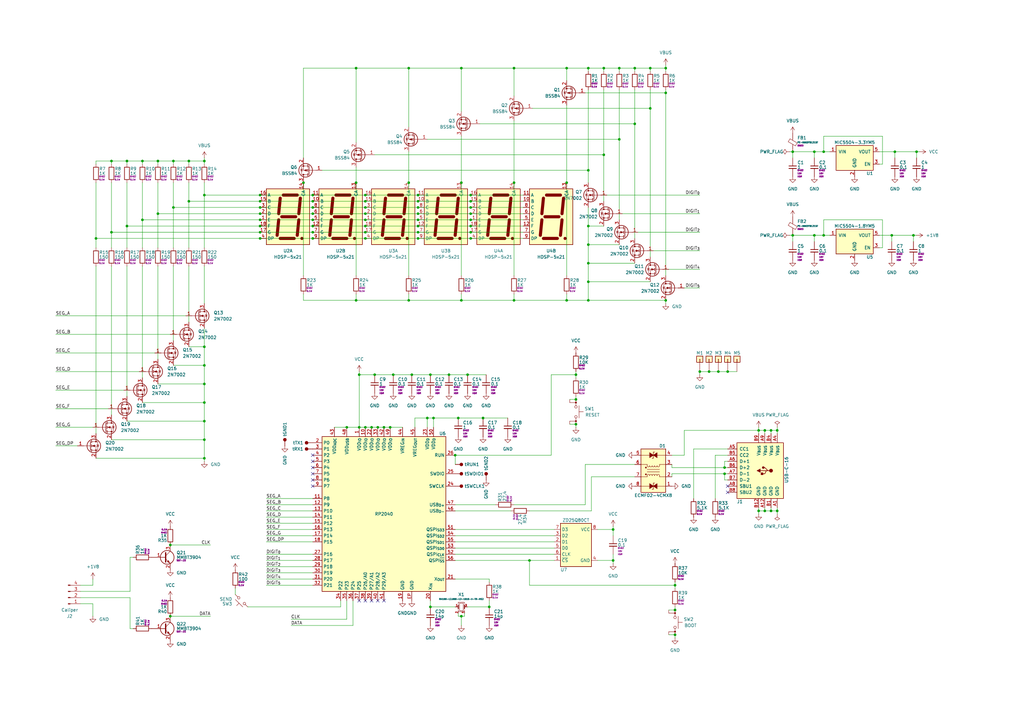
<source format=kicad_sch>
(kicad_sch (version 20231120) (generator "eeschema") (generator_version "8.0")
  (paper "A3")
  (junction (at 198.12 171.45))
  (junction (at 142.24 175.26))
  (junction (at 147.32 175.26))
  (junction (at 149.86 175.26))
  (junction (at 184.15 153.67))
  (junction (at 52.07 92.71))
  (junction (at 153.67 153.67))
  (junction (at 241.3 100.33))
  (junction (at 171.45 80.01))
  (junction (at 58.42 66.04))
  (junction (at 39.37 97.79))
  (junction (at 83.82 149.86))
  (junction (at 187.96 171.45))
  (junction (at 313.69 209.55))
  (junction (at 217.17 229.87))
  (junction (at 276.86 250.19))
  (junction (at 160.02 175.26))
  (junction (at 298.45 152.4))
  (junction (at 176.53 153.67))
  (junction (at 247.65 27.94))
  (junction (at 64.77 66.04))
  (junction (at 58.42 90.17))
  (junction (at 311.15 176.53))
  (junction (at 146.05 74.93))
  (junction (at 297.18 194.31))
  (junction (at 247.65 63.5))
  (junction (at 193.04 80.01))
  (junction (at 83.82 66.04))
  (junction (at 251.46 217.17))
  (junction (at 128.27 90.17))
  (junction (at 152.4 175.26))
  (junction (at 316.23 176.53))
  (junction (at 325.12 96.52))
  (junction (at 128.27 92.71))
  (junction (at 71.12 66.04))
  (junction (at 254 27.94))
  (junction (at 149.86 95.25))
  (junction (at 241.3 69.85))
  (junction (at 106.68 97.79))
  (junction (at 149.86 92.71))
  (junction (at 266.7 44.45))
  (junction (at 106.68 95.25))
  (junction (at 375.92 62.23))
  (junction (at 254 57.15))
  (junction (at 167.64 74.93))
  (junction (at 106.68 92.71))
  (junction (at 106.68 85.09))
  (junction (at 260.35 50.8))
  (junction (at 149.86 87.63))
  (junction (at 236.22 153.67))
  (junction (at 193.04 87.63))
  (junction (at 189.23 27.94))
  (junction (at 266.7 27.94))
  (junction (at 146.05 27.94))
  (junction (at 273.05 27.94))
  (junction (at 171.45 85.09))
  (junction (at 200.66 248.92))
  (junction (at 149.86 85.09))
  (junction (at 149.86 80.01))
  (junction (at 69.85 223.52))
  (junction (at 149.86 90.17))
  (junction (at 189.23 252.73))
  (junction (at 83.82 172.72))
  (junction (at 83.82 142.24))
  (junction (at 193.04 92.71))
  (junction (at 175.26 171.45))
  (junction (at 83.82 165.1))
  (junction (at 128.27 87.63))
  (junction (at 193.04 82.55))
  (junction (at 77.47 82.55))
  (junction (at 193.04 97.79))
  (junction (at 171.45 95.25))
  (junction (at 171.45 90.17))
  (junction (at 154.94 175.26))
  (junction (at 167.64 27.94))
  (junction (at 186.69 186.69))
  (junction (at 168.91 153.67))
  (junction (at 232.41 123.19))
  (junction (at 157.48 175.26))
  (junction (at 294.64 152.4))
  (junction (at 106.68 82.55))
  (junction (at 367.03 62.23))
  (junction (at 290.83 152.4))
  (junction (at 83.82 187.96))
  (junction (at 337.82 62.23))
  (junction (at 83.82 157.48))
  (junction (at 210.82 123.19))
  (junction (at 241.3 92.71))
  (junction (at 232.41 74.93))
  (junction (at 297.18 191.77))
  (junction (at 251.46 229.87))
  (junction (at 276.86 240.03))
  (junction (at 365.76 96.52))
  (junction (at 189.23 74.93))
  (junction (at 161.29 153.67))
  (junction (at 189.23 123.19))
  (junction (at 177.8 171.45))
  (junction (at 176.53 248.92))
  (junction (at 128.27 97.79))
  (junction (at 316.23 209.55))
  (junction (at 45.72 95.25))
  (junction (at 128.27 95.25))
  (junction (at 236.22 173.99))
  (junction (at 210.82 27.94))
  (junction (at 69.85 252.73))
  (junction (at 83.82 180.34))
  (junction (at 77.47 66.04))
  (junction (at 241.3 107.95))
  (junction (at 337.82 96.52))
  (junction (at 128.27 80.01))
  (junction (at 318.77 176.53))
  (junction (at 241.3 27.94))
  (junction (at 171.45 92.71))
  (junction (at 171.45 82.55))
  (junction (at 193.04 85.09))
  (junction (at 325.12 62.23))
  (junction (at 374.65 96.52))
  (junction (at 210.82 74.93))
  (junction (at 171.45 87.63))
  (junction (at 106.68 80.01))
  (junction (at 318.77 209.55))
  (junction (at 106.68 87.63))
  (junction (at 313.69 176.53))
  (junction (at 287.02 152.4))
  (junction (at 149.86 97.79))
  (junction (at 124.46 74.93))
  (junction (at 236.22 163.83))
  (junction (at 167.64 123.19))
  (junction (at 260.35 27.94))
  (junction (at 273.05 123.19))
  (junction (at 191.77 153.67))
  (junction (at 71.12 85.09))
  (junction (at 276.86 260.35))
  (junction (at 193.04 95.25))
  (junction (at 193.04 90.17))
  (junction (at 334.01 96.52))
  (junction (at 52.07 66.04))
  (junction (at 241.3 115.57))
  (junction (at 232.41 27.94))
  (junction (at 147.32 153.67))
  (junction (at 273.05 38.1))
  (junction (at 106.68 90.17))
  (junction (at 128.27 85.09))
  (junction (at 241.3 123.19))
  (junction (at 334.01 62.23))
  (junction (at 128.27 82.55))
  (junction (at 64.77 87.63))
  (junction (at 171.45 97.79))
  (junction (at 83.82 80.01))
  (junction (at 45.72 66.04))
  (junction (at 149.86 82.55))
  (junction (at 311.15 209.55))
  (junction (at 146.05 123.19))
  (no_connect (at 128.27 186.69))
  (no_connect (at 128.27 189.23))
  (no_connect (at 154.94 246.38))
  (no_connect (at 128.27 191.77))
  (no_connect (at 128.27 194.31))
  (no_connect (at 298.45 199.39))
  (no_connect (at 298.45 201.93))
  (no_connect (at 128.27 196.85))
  (no_connect (at 149.86 246.38))
  (no_connect (at 128.27 199.39))
  (no_connect (at 157.48 246.38))
  (no_connect (at 152.4 246.38))
  (no_connect (at 147.32 246.38))
  (wire (pts (xy 210.82 27.94) (xy 189.23 27.94)))
  (wire (pts (xy 64.77 66.04) (xy 71.12 66.04)))
  (wire (pts (xy 109.22 237.49) (xy 128.27 237.49)))
  (wire (pts (xy 240.03 190.5) (xy 240.03 207.01)))
  (wire (pts (xy 275.59 194.31) (xy 297.18 194.31)))
  (wire (pts (xy 142.24 246.38) (xy 142.24 254)))
  (wire (pts (xy 298.45 152.4) (xy 302.26 152.4)))
  (wire (pts (xy 186.69 222.25) (xy 227.33 222.25)))
  (wire (pts (xy 58.42 66.04) (xy 58.42 67.31)))
  (wire (pts (xy 186.69 217.17) (xy 227.33 217.17)))
  (wire (pts (xy 266.7 27.94) (xy 266.7 29.21)))
  (wire (pts (xy 77.47 109.22) (xy 77.47 132.08)))
  (wire (pts (xy 214.63 82.55) (xy 193.04 82.55)))
  (wire (pts (xy 361.95 90.17) (xy 337.82 90.17)))
  (wire (pts (xy 149.86 87.63) (xy 128.27 87.63)))
  (wire (pts (xy 175.26 171.45) (xy 175.26 175.26)))
  (wire (pts (xy 147.32 152.4) (xy 147.32 153.67)))
  (wire (pts (xy 260.35 27.94) (xy 254 27.94)))
  (wire (pts (xy 214.63 90.17) (xy 193.04 90.17)))
  (wire (pts (xy 33.02 247.65) (xy 38.1 247.65)))
  (wire (pts (xy 187.96 171.45) (xy 198.12 171.45)))
  (wire (pts (xy 147.32 153.67) (xy 153.67 153.67)))
  (wire (pts (xy 149.86 82.55) (xy 128.27 82.55)))
  (wire (pts (xy 284.48 184.15) (xy 298.45 184.15)))
  (wire (pts (xy 52.07 66.04) (xy 58.42 66.04)))
  (wire (pts (xy 193.04 85.09) (xy 171.45 85.09)))
  (wire (pts (xy 52.07 92.71) (xy 52.07 101.6)))
  (wire (pts (xy 247.65 63.5) (xy 247.65 82.55)))
  (wire (pts (xy 119.38 256.54) (xy 144.78 256.54)))
  (wire (pts (xy 297.18 191.77) (xy 298.45 191.77)))
  (wire (pts (xy 83.82 80.01) (xy 83.82 74.93)))
  (wire (pts (xy 83.82 187.96) (xy 83.82 180.34)))
  (wire (pts (xy 193.04 80.01) (xy 171.45 80.01)))
  (wire (pts (xy 375.92 62.23) (xy 375.92 64.77)))
  (wire (pts (xy 318.77 209.55) (xy 318.77 208.28)))
  (wire (pts (xy 109.22 204.47) (xy 128.27 204.47)))
  (wire (pts (xy 210.82 123.19) (xy 210.82 120.65)))
  (wire (pts (xy 293.37 186.69) (xy 293.37 204.47)))
  (wire (pts (xy 266.7 36.83) (xy 266.7 44.45)))
  (wire (pts (xy 193.04 90.17) (xy 171.45 90.17)))
  (wire (pts (xy 242.57 195.58) (xy 260.35 195.58)))
  (wire (pts (xy 186.69 219.71) (xy 227.33 219.71)))
  (wire (pts (xy 337.82 62.23) (xy 340.36 62.23)))
  (wire (pts (xy 38.1 240.03) (xy 38.1 237.49)))
  (wire (pts (xy 109.22 232.41) (xy 128.27 232.41)))
  (wire (pts (xy 83.82 172.72) (xy 83.82 165.1)))
  (wire (pts (xy 193.04 95.25) (xy 171.45 95.25)))
  (wire (pts (xy 200.66 237.49) (xy 186.69 237.49)))
  (wire (pts (xy 39.37 187.96) (xy 83.82 187.96)))
  (wire (pts (xy 171.45 97.79) (xy 149.86 97.79)))
  (wire (pts (xy 214.63 85.09) (xy 193.04 85.09)))
  (wire (pts (xy 22.86 129.54) (xy 76.2 129.54)))
  (wire (pts (xy 226.06 186.69) (xy 186.69 186.69)))
  (wire (pts (xy 186.69 186.69) (xy 186.69 190.5)))
  (wire (pts (xy 167.64 62.23) (xy 167.64 74.93)))
  (wire (pts (xy 171.45 80.01) (xy 149.86 80.01)))
  (wire (pts (xy 64.77 66.04) (xy 64.77 67.31)))
  (wire (pts (xy 297.18 194.31) (xy 297.18 196.85)))
  (wire (pts (xy 83.82 64.77) (xy 83.82 66.04)))
  (wire (pts (xy 217.17 229.87) (xy 227.33 229.87)))
  (wire (pts (xy 22.86 175.26) (xy 38.1 175.26)))
  (wire (pts (xy 360.68 96.52) (xy 365.76 96.52)))
  (wire (pts (xy 337.82 96.52) (xy 340.36 96.52)))
  (wire (pts (xy 106.68 82.55) (xy 77.47 82.55)))
  (wire (pts (xy 167.64 27.94) (xy 167.64 52.07)))
  (wire (pts (xy 323.85 96.52) (xy 325.12 96.52)))
  (wire (pts (xy 273.05 123.19) (xy 273.05 124.46)))
  (wire (pts (xy 275.59 190.5) (xy 275.59 191.77)))
  (wire (pts (xy 171.45 82.55) (xy 149.86 82.55)))
  (wire (pts (xy 149.86 92.71) (xy 128.27 92.71)))
  (wire (pts (xy 313.69 209.55) (xy 316.23 209.55)))
  (wire (pts (xy 109.22 207.01) (xy 128.27 207.01)))
  (wire (pts (xy 236.22 153.67) (xy 226.06 153.67)))
  (wire (pts (xy 245.11 229.87) (xy 251.46 229.87)))
  (wire (pts (xy 248.92 80.01) (xy 287.02 80.01)))
  (wire (pts (xy 146.05 27.94) (xy 146.05 58.42)))
  (wire (pts (xy 189.23 252.73) (xy 189.23 256.54)))
  (wire (pts (xy 365.76 96.52) (xy 365.76 99.06)))
  (wire (pts (xy 374.65 96.52) (xy 374.65 99.06)))
  (wire (pts (xy 128.27 87.63) (xy 106.68 87.63)))
  (wire (pts (xy 214.63 97.79) (xy 193.04 97.79)))
  (wire (pts (xy 325.12 96.52) (xy 334.01 96.52)))
  (wire (pts (xy 275.59 191.77) (xy 297.18 191.77)))
  (wire (pts (xy 245.11 217.17) (xy 251.46 217.17)))
  (wire (pts (xy 161.29 153.67) (xy 153.67 153.67)))
  (wire (pts (xy 22.86 152.4) (xy 57.15 152.4)))
  (wire (pts (xy 109.22 234.95) (xy 128.27 234.95)))
  (wire (pts (xy 241.3 100.33) (xy 254 100.33)))
  (wire (pts (xy 337.82 62.23) (xy 334.01 62.23)))
  (wire (pts (xy 45.72 109.22) (xy 45.72 170.18)))
  (wire (pts (xy 193.04 82.55) (xy 171.45 82.55)))
  (wire (pts (xy 236.22 175.26) (xy 236.22 173.99)))
  (wire (pts (xy 241.3 92.71) (xy 247.65 92.71)))
  (wire (pts (xy 83.82 157.48) (xy 83.82 149.86)))
  (wire (pts (xy 200.66 238.76) (xy 200.66 237.49)))
  (wire (pts (xy 170.18 171.45) (xy 175.26 171.45)))
  (wire (pts (xy 236.22 153.67) (xy 236.22 154.94)))
  (wire (pts (xy 101.6 248.92) (xy 139.7 248.92)))
  (wire (pts (xy 240.03 207.01) (xy 210.82 207.01)))
  (wire (pts (xy 284.48 184.15) (xy 284.48 204.47)))
  (wire (pts (xy 189.23 55.88) (xy 189.23 74.93)))
  (wire (pts (xy 325.12 96.52) (xy 325.12 99.06)))
  (wire (pts (xy 124.46 74.93) (xy 124.46 113.03)))
  (wire (pts (xy 171.45 92.71) (xy 149.86 92.71)))
  (wire (pts (xy 83.82 109.22) (xy 83.82 124.46)))
  (wire (pts (xy 360.68 62.23) (xy 367.03 62.23)))
  (wire (pts (xy 294.64 152.4) (xy 298.45 152.4)))
  (wire (pts (xy 334.01 62.23) (xy 334.01 64.77)))
  (wire (pts (xy 184.15 153.67) (xy 176.53 153.67)))
  (wire (pts (xy 280.67 186.69) (xy 275.59 186.69)))
  (wire (pts (xy 251.46 231.14) (xy 251.46 229.87)))
  (wire (pts (xy 280.67 176.53) (xy 280.67 186.69)))
  (wire (pts (xy 128.27 90.17) (xy 106.68 90.17)))
  (wire (pts (xy 77.47 142.24) (xy 83.82 142.24)))
  (wire (pts (xy 210.82 49.53) (xy 210.82 74.93)))
  (wire (pts (xy 45.72 95.25) (xy 45.72 101.6)))
  (wire (pts (xy 64.77 109.22) (xy 64.77 147.32)))
  (wire (pts (xy 83.82 149.86) (xy 83.82 142.24)))
  (wire (pts (xy 193.04 92.71) (xy 171.45 92.71)))
  (wire (pts (xy 233.68 173.99) (xy 236.22 173.99)))
  (wire (pts (xy 267.97 102.87) (xy 287.02 102.87)))
  (wire (pts (xy 146.05 123.19) (xy 167.64 123.19)))
  (wire (pts (xy 242.57 209.55) (xy 217.17 209.55)))
  (wire (pts (xy 137.16 175.26) (xy 142.24 175.26)))
  (wire (pts (xy 154.94 175.26) (xy 157.48 175.26)))
  (wire (pts (xy 186.69 224.79) (xy 227.33 224.79)))
  (wire (pts (xy 124.46 123.19) (xy 146.05 123.19)))
  (wire (pts (xy 241.3 115.57) (xy 241.3 123.19)))
  (wire (pts (xy 153.67 63.5) (xy 247.65 63.5)))
  (wire (pts (xy 124.46 27.94) (xy 124.46 64.77)))
  (wire (pts (xy 251.46 215.9) (xy 251.46 217.17)))
  (wire (pts (xy 52.07 92.71) (xy 52.07 74.93)))
  (wire (pts (xy 109.22 222.25) (xy 128.27 222.25)))
  (wire (pts (xy 287.02 153.67) (xy 287.02 152.4)))
  (wire (pts (xy 175.26 171.45) (xy 177.8 171.45)))
  (wire (pts (xy 71.12 149.86) (xy 83.82 149.86)))
  (wire (pts (xy 142.24 175.26) (xy 147.32 175.26)))
  (wire (pts (xy 147.32 153.67) (xy 147.32 175.26)))
  (wire (pts (xy 254 36.83) (xy 254 57.15)))
  (wire (pts (xy 367.03 62.23) (xy 367.03 64.77)))
  (wire (pts (xy 149.86 85.09) (xy 128.27 85.09)))
  (wire (pts (xy 77.47 66.04) (xy 83.82 66.04)))
  (wire (pts (xy 83.82 180.34) (xy 83.82 172.72)))
  (wire (pts (xy 177.8 171.45) (xy 177.8 175.26)))
  (wire (pts (xy 177.8 171.45) (xy 187.96 171.45)))
  (wire (pts (xy 128.27 95.25) (xy 106.68 95.25)))
  (wire (pts (xy 189.23 252.73) (xy 187.96 252.73)))
  (wire (pts (xy 58.42 109.22) (xy 58.42 154.94)))
  (wire (pts (xy 109.22 209.55) (xy 128.27 209.55)))
  (wire (pts (xy 247.65 27.94) (xy 247.65 29.21)))
  (wire (pts (xy 106.68 80.01) (xy 83.82 80.01)))
  (wire (pts (xy 323.85 62.23) (xy 325.12 62.23)))
  (wire (pts (xy 260.35 27.94) (xy 260.35 29.21)))
  (wire (pts (xy 109.22 229.87) (xy 128.27 229.87)))
  (wire (pts (xy 171.45 85.09) (xy 149.86 85.09)))
  (wire (pts (xy 186.69 207.01) (xy 203.2 207.01)))
  (wire (pts (xy 298.45 196.85) (xy 297.18 196.85)))
  (wire (pts (xy 261.62 95.25) (xy 287.02 95.25)))
  (wire (pts (xy 167.64 27.94) (xy 146.05 27.94)))
  (wire (pts (xy 128.27 97.79) (xy 106.68 97.79)))
  (wire (pts (xy 160.02 175.26) (xy 165.1 175.26)))
  (wire (pts (xy 313.69 176.53) (xy 316.23 176.53)))
  (wire (pts (xy 241.3 107.95) (xy 241.3 115.57)))
  (wire (pts (xy 33.02 240.03) (xy 38.1 240.03)))
  (wire (pts (xy 71.12 66.04) (xy 71.12 67.31)))
  (wire (pts (xy 39.37 97.79) (xy 39.37 101.6)))
  (wire (pts (xy 45.72 66.04) (xy 52.07 66.04)))
  (wire (pts (xy 255.27 87.63) (xy 287.02 87.63)))
  (wire (pts (xy 199.39 153.67) (xy 191.77 153.67)))
  (wire (pts (xy 241.3 69.85) (xy 241.3 74.93)))
  (wire (pts (xy 273.05 123.19) (xy 241.3 123.19)))
  (wire (pts (xy 106.68 97.79) (xy 39.37 97.79)))
  (wire (pts (xy 132.08 69.85) (xy 241.3 69.85)))
  (wire (pts (xy 365.76 96.52) (xy 374.65 96.52)))
  (wire (pts (xy 191.77 153.67) (xy 184.15 153.67)))
  (wire (pts (xy 361.95 101.6) (xy 360.68 101.6)))
  (wire (pts (xy 128.27 92.71) (xy 106.68 92.71)))
  (wire (pts (xy 210.82 113.03) (xy 210.82 74.93)))
  (wire (pts (xy 167.64 74.93) (xy 167.64 113.03)))
  (wire (pts (xy 214.63 95.25) (xy 193.04 95.25)))
  (wire (pts (xy 241.3 100.33) (xy 241.3 107.95)))
  (wire (pts (xy 200.66 248.92) (xy 200.66 246.38)))
  (wire (pts (xy 311.15 209.55) (xy 313.69 209.55)))
  (wire (pts (xy 254 27.94) (xy 254 29.21)))
  (wire (pts (xy 260.35 36.83) (xy 260.35 50.8)))
  (wire (pts (xy 334.01 96.52) (xy 334.01 99.06)))
  (wire (pts (xy 251.46 229.87) (xy 251.46 227.33)))
  (wire (pts (xy 254 57.15) (xy 254 90.17)))
  (wire (pts (xy 106.68 90.17) (xy 58.42 90.17)))
  (wire (pts (xy 210.82 27.94) (xy 210.82 39.37)))
  (wire (pts (xy 146.05 68.58) (xy 146.05 74.93)))
  (wire (pts (xy 273.05 29.21) (xy 273.05 27.94)))
  (wire (pts (xy 124.46 123.19) (xy 124.46 120.65)))
  (wire (pts (xy 232.41 123.19) (xy 241.3 123.19)))
  (wire (pts (xy 214.63 87.63) (xy 193.04 87.63)))
  (wire (pts (xy 109.22 217.17) (xy 128.27 217.17)))
  (wire (pts (xy 176.53 246.38) (xy 176.53 248.92)))
  (wire (pts (xy 186.69 229.87) (xy 217.17 229.87)))
  (wire (pts (xy 311.15 209.55) (xy 311.15 208.28)))
  (wire (pts (xy 64.77 87.63) (xy 64.77 74.93)))
  (wire (pts (xy 316.23 176.53) (xy 316.23 177.8)))
  (wire (pts (xy 83.82 66.04) (xy 83.82 67.31)))
  (wire (pts (xy 274.32 110.49) (xy 287.02 110.49)))
  (wire (pts (xy 176.53 153.67) (xy 168.91 153.67)))
  (wire (pts (xy 146.05 123.19) (xy 146.05 120.65)))
  (wire (pts (xy 318.77 209.55) (xy 318.77 210.82)))
  (wire (pts (xy 77.47 82.55) (xy 77.47 101.6)))
  (wire (pts (xy 71.12 66.04) (xy 77.47 66.04)))
  (wire (pts (xy 71.12 109.22) (xy 71.12 139.7)))
  (wire (pts (xy 58.42 165.1) (xy 83.82 165.1)))
  (wire (pts (xy 236.22 152.4) (xy 236.22 153.67)))
  (wire (pts (xy 241.3 92.71) (xy 241.3 100.33)))
  (wire (pts (xy 53.34 242.57) (xy 53.34 228.6)))
  (wire (pts (xy 106.68 85.09) (xy 71.12 85.09)))
  (wire (pts (xy 96.52 241.3) (xy 96.52 243.84)))
  (wire (pts (xy 325.12 62.23) (xy 325.12 64.77)))
  (wire (pts (xy 45.72 95.25) (xy 45.72 74.93)))
  (wire (pts (xy 83.82 142.24) (xy 83.82 134.62)))
  (wire (pts (xy 157.48 175.26) (xy 160.02 175.26)))
  (wire (pts (xy 170.18 175.26) (xy 170.18 171.45)))
  (wire (pts (xy 273.05 26.67) (xy 273.05 27.94)))
  (wire (pts (xy 149.86 97.79) (xy 128.27 97.79)))
  (wire (pts (xy 313.69 176.53) (xy 313.69 177.8)))
  (wire (pts (xy 241.3 36.83) (xy 241.3 69.85)))
  (wire (pts (xy 149.86 80.01) (xy 128.27 80.01)))
  (wire (pts (xy 247.65 27.94) (xy 241.3 27.94)))
  (wire (pts (xy 167.64 123.19) (xy 189.23 123.19)))
  (wire (pts (xy 191.77 248.92) (xy 200.66 248.92)))
  (wire (pts (xy 171.45 95.25) (xy 149.86 95.25)))
  (wire (pts (xy 146.05 74.93) (xy 146.05 113.03)))
  (wire (pts (xy 189.23 123.19) (xy 210.82 123.19)))
  (wire (pts (xy 367.03 62.23) (xy 375.92 62.23)))
  (wire (pts (xy 232.41 43.18) (xy 232.41 74.93)))
  (wire (pts (xy 374.65 96.52) (xy 375.92 96.52)))
  (wire (pts (xy 52.07 109.22) (xy 52.07 162.56)))
  (wire (pts (xy 298.45 189.23) (xy 297.18 189.23)))
  (wire (pts (xy 189.23 27.94) (xy 189.23 45.72)))
  (wire (pts (xy 193.04 97.79) (xy 171.45 97.79)))
  (wire (pts (xy 168.91 153.67) (xy 161.29 153.67)))
  (wire (pts (xy 232.41 74.93) (xy 232.41 113.03)))
  (wire (pts (xy 274.32 260.35) (xy 276.86 260.35)))
  (wire (pts (xy 22.86 144.78) (xy 63.5 144.78)))
  (wire (pts (xy 232.41 27.94) (xy 210.82 27.94)))
  (wire (pts (xy 69.85 223.52) (xy 86.36 223.52)))
  (wire (pts (xy 33.02 245.11) (xy 53.34 245.11)))
  (wire (pts (xy 218.44 44.45) (xy 266.7 44.45)))
  (wire (pts (xy 210.82 123.19) (xy 232.41 123.19)))
  (wire (pts (xy 139.7 246.38) (xy 139.7 248.92)))
  (wire (pts (xy 109.22 227.33) (xy 128.27 227.33)))
  (wire (pts (xy 186.69 227.33) (xy 227.33 227.33)))
  (wire (pts (xy 187.96 251.46) (xy 187.96 252.73)))
  (wire (pts (xy 233.68 163.83) (xy 236.22 163.83)))
  (wire (pts (xy 196.85 50.8) (xy 260.35 50.8)))
  (wire (pts (xy 175.26 57.15) (xy 254 57.15)))
  (wire (pts (xy 311.15 175.26) (xy 311.15 176.53)))
  (wire (pts (xy 128.27 80.01) (xy 106.68 80.01)))
  (wire (pts (xy 334.01 96.52) (xy 337.82 96.52)))
  (wire (pts (xy 337.82 90.17) (xy 337.82 96.52)))
  (wire (pts (xy 83.82 165.1) (xy 83.82 157.48)))
  (wire (pts (xy 290.83 152.4) (xy 294.64 152.4)))
  (wire (pts (xy 77.47 66.04) (xy 77.47 67.31)))
  (wire (pts (xy 109.22 240.03) (xy 128.27 240.03)))
  (wire (pts (xy 22.86 160.02) (xy 50.8 160.02)))
  (wire (pts (xy 241.3 115.57) (xy 266.7 115.57)))
  (wire (pts (xy 311.15 210.82) (xy 311.15 209.55)))
  (wire (pts (xy 232.41 27.94) (xy 232.41 33.02)))
  (wire (pts (xy 39.37 66.04) (xy 39.37 67.31)))
  (wire (pts (xy 171.45 87.63) (xy 149.86 87.63)))
  (wire (pts (xy 318.77 176.53) (xy 318.77 177.8)))
  (wire (pts (xy 109.22 219.71) (xy 128.27 219.71)))
  (wire (pts (xy 316.23 176.53) (xy 318.77 176.53)))
  (wire (pts (xy 361.95 67.31) (xy 361.95 55.88)))
  (wire (pts (xy 241.3 27.94) (xy 232.41 27.94)))
  (wire (pts (xy 64.77 157.48) (xy 83.82 157.48)))
  (wire (pts (xy 106.68 95.25) (xy 45.72 95.25)))
  (wire (pts (xy 297.18 194.31) (xy 298.45 194.31)))
  (wire (pts (xy 106.68 92.71) (xy 52.07 92.71)))
  (wire (pts (xy 241.3 85.09) (xy 241.3 92.71)))
  (wire (pts (xy 189.23 123.19) (xy 189.23 120.65)))
  (wire (pts (xy 22.86 182.88) (xy 31.75 182.88)))
  (wire (pts (xy 45.72 66.04) (xy 45.72 67.31)))
  (wire (pts (xy 22.86 137.16) (xy 69.85 137.16)))
  (wire (pts (xy 241.3 107.95) (xy 260.35 107.95)))
  (wire (pts (xy 297.18 189.23) (xy 297.18 191.77)))
  (wire (pts (xy 232.41 123.19) (xy 232.41 120.65)))
  (wire (pts (xy 189.23 27.94) (xy 167.64 27.94)))
  (wire (pts (xy 39.37 109.22) (xy 39.37 177.8)))
  (wire (pts (xy 311.15 176.53) (xy 313.69 176.53)))
  (wire (pts (xy 190.5 252.73) (xy 189.23 252.73)))
  (wire (pts (xy 276.86 250.19) (xy 276.86 248.92)))
  (wire (pts (xy 58.42 66.04) (xy 64.77 66.04)))
  (wire (pts (xy 311.15 176.53) (xy 311.15 177.8)))
  (wire (pts (xy 276.86 261.62) (xy 276.86 260.35)))
  (wire (pts (xy 109.22 212.09) (xy 128.27 212.09)))
  (wire (pts (xy 226.06 153.67) (xy 226.06 186.69)))
  (wire (pts (xy 64.77 87.63) (xy 64.77 101.6)))
  (wire (pts (xy 39.37 97.79) (xy 39.37 74.93)))
  (wire (pts (xy 375.92 62.23) (xy 377.19 62.23)))
  (wire (pts (xy 71.12 85.09) (xy 71.12 74.93)))
  (wire (pts (xy 276.86 238.76) (xy 276.86 240.03)))
  (wire (pts (xy 240.03 38.1) (xy 273.05 38.1)))
  (wire (pts (xy 298.45 186.69) (xy 293.37 186.69)))
  (wire (pts (xy 236.22 163.83) (xy 236.22 162.56)))
  (wire (pts (xy 198.12 171.45) (xy 208.28 171.45)))
  (wire (pts (xy 52.07 172.72) (xy 83.82 172.72)))
  (wire (pts (xy 361.95 55.88) (xy 337.82 55.88)))
  (wire (pts (xy 176.53 248.92) (xy 186.69 248.92)))
  (wire (pts (xy 52.07 67.31) (xy 52.07 66.04)))
  (wire (pts (xy 276.86 240.03) (xy 217.17 240.03)))
  (wire (pts (xy 360.68 67.31) (xy 361.95 67.31)))
  (wire (pts (xy 311.15 176.53) (xy 280.67 176.53)))
  (wire (pts (xy 190.5 251.46) (xy 190.5 252.73)))
  (wire (pts (xy 241.3 27.94) (xy 241.3 29.21)))
  (wire (pts (xy 316.23 209.55) (xy 318.77 209.55)))
  (wire (pts (xy 149.86 90.17) (xy 128.27 90.17)))
  (wire (pts (xy 146.05 27.94) (xy 124.46 27.94)))
  (wire (pts (xy 337.82 55.88) (xy 337.82 62.23)))
  (wire (pts (xy 193.04 87.63) (xy 171.45 87.63)))
  (wire (pts (xy 119.38 254) (xy 142.24 254)))
  (wire (pts (xy 214.63 80.01) (xy 193.04 80.01)))
  (wire (pts (xy 83.82 80.01) (xy 83.82 101.6)))
  (wire (pts (xy 247.65 36.83) (xy 247.65 63.5)))
  (wire (pts (xy 77.47 82.55) (xy 77.47 74.93)))
  (wire (pts (xy 313.69 209.55) (xy 313.69 208.28)))
  (wire (pts (xy 45.72 180.34) (xy 83.82 180.34)))
  (wire (pts (xy 280.67 118.11) (xy 287.02 118.11)))
  (wire (pts (xy 287.02 152.4) (xy 290.83 152.4)))
  (wire (pts (xy 58.42 90.17) (xy 58.42 74.93)))
  (wire (pts (xy 149.86 175.26) (xy 152.4 175.26)))
  (wire (pts (xy 266.7 27.94) (xy 260.35 27.94)))
  (wire (pts (xy 266.7 44.45) (xy 266.7 105.41)))
  (wire (pts (xy 186.69 209.55) (xy 209.55 209.55)))
  (wire (pts (xy 106.68 87.63) (xy 64.77 87.63)))
  (wire (pts (xy 251.46 217.17) (xy 251.46 219.71)))
  (wire (pts (xy 33.02 242.57) (xy 53.34 242.57)))
  (wire (pts (xy 240.03 190.5) (xy 260.35 190.5)))
  (wire (pts (xy 275.59 194.31) (xy 275.59 195.58)))
  (wire (pts (xy 273.05 38.1) (xy 273.05 113.03)))
  (wire (pts (xy 318.77 176.53) (xy 318.77 175.26)))
  (wire (pts (xy 83.82 187.96) (xy 83.82 189.23)))
  (wire (pts (xy 189.23 74.93) (xy 189.23 113.03)))
  (wire (pts (xy 171.45 90.17) (xy 149.86 90.17)))
  (wire (pts (xy 152.4 175.26) (xy 154.94 175.26)))
  (wire (pts (xy 53.34 228.6) (xy 54.61 228.6)))
  (wire (pts (xy 361.95 90.17) (xy 361.95 101.6)))
  (wire (pts (xy 254 27.94) (xy 247.65 27.94)))
  (wire (pts (xy 128.27 85.09) (xy 106.68 85.09)))
  (wire (pts (xy 128.27 82.55) (xy 106.68 82.55)))
  (wire (pts (xy 217.17 229.87) (xy 217.17 240.03)))
  (wire (pts (xy 53.34 245.11) (xy 53.34 257.81)))
  (wire (pts (xy 167.64 123.19) (xy 167.64 120.65)))
  (wire (pts (xy 214.63 92.71) (xy 193.04 92.71)))
  (wire (pts (xy 274.32 250.19) (xy 276.86 250.19)))
  (wire (pts (xy 147.32 175.26) (xy 149.86 175.26)))
  (wire (pts (xy 71.12 85.09) (xy 71.12 101.6)))
  (wire (pts (xy 316.23 209.55) (xy 316.23 208.28)))
  (wire (pts (xy 276.86 240.03) (xy 276.86 241.3)))
  (wire (pts (xy 58.42 90.17) (xy 58.42 101.6)))
  (wire (pts (xy 273.05 27.94) (xy 266.7 27.94)))
  (wire (pts (xy 325.12 62.23) (xy 334.01 62.23)))
  (wire (pts (xy 22.86 167.64) (xy 44.45 167.64)))
  (wire (pts (xy 149.86 95.25) (xy 128.27 95.25)))
  (wire (pts (xy 45.72 66.04) (xy 39.37 66.04)))
  (wire (pts (xy 109.22 214.63) (xy 128.27 214.63)))
  (wire (pts (xy 53.34 257.81) (xy 54.61 257.81)))
  (wire (pts (xy 69.85 252.73) (xy 86.36 252.73)))
  (wire (pts (xy 38.1 247.65) (xy 38.1 252.73)))
  (wire (pts (xy 260.35 50.8) (xy 260.35 97.79)))
  (wire (pts (xy 242.57 195.58) (xy 242.57 209.55)))
  (wire (pts (xy 273.05 36.83) (xy 273.05 38.1)))
  (wire (pts (xy 144.78 256.54) (xy 144.78 246.38)))
  (label "SEG_B" (at 22.86 137.16 0))
  (label "DIGIT_{2}" (at 287.02 95.25 180))
  (label "DIGIT_{2}" (at 109.22 232.41 0))
  (label "SEG_DP" (at 109.22 222.25 0))
  (label "SEG_C" (at 22.86 144.78 0))
  (label "CLK" (at 119.38 254 0))
  (label "SEG_C" (at 109.22 209.55 0))
  (label "SEG_D" (at 22.86 152.4 0))
  (label "SEG_D" (at 109.22 212.09 0))
  (label "SEG_DP" (at 22.86 182.88 0))
  (label "SEG_A" (at 109.22 204.47 0))
  (label "SEG_B" (at 109.22 207.01 0))
  (label "SEG_G" (at 22.86 175.26 0))
  (label "SEG_E" (at 22.86 160.02 0))
  (label "CLK" (at 86.36 223.52 180))
  (label "DIGIT_{1}" (at 287.02 87.63 180))
  (label "SEG_F" (at 22.86 167.64 0))
  (label "DATA" (at 86.36 252.73 180))
  (label "DATA" (at 119.38 256.54 0))
  (label "DIGIT_{4}" (at 287.02 110.49 180))
  (label "SEG_E" (at 109.22 214.63 0))
  (label "DIGIT_{5}" (at 287.02 118.11 180))
  (label "SEG_G" (at 109.22 219.71 0))
  (label "SEG_F" (at 109.22 217.17 0))
  (label "DIGIT_{4}" (at 109.22 237.49 0))
  (label "DIGIT_{0}" (at 109.22 227.33 0))
  (label "DIGIT_{5}" (at 109.22 240.03 0))
  (label "DIGIT_{3}" (at 109.22 234.95 0))
  (label "DIGIT_{0}" (at 287.02 80.01 180))
  (label "DIGIT_{3}" (at 287.02 102.87 180))
  (label "SEG_A" (at 22.86 129.54 0))
  (label "DIGIT_{1}" (at 109.22 229.87 0))
  (symbol (lib_id "Transistor_FET:BSS84") (at 170.18 57.15 180) (unit 1)
    (property "Reference" "Q4" (at 165.1 55.8799 0) (effects (justify left)))
    (property "Value" "BSS84" (at 165.1 58.4199 0) (effects (justify left)))
    (property "Footprint" "fp:SOT-23" (effects (hide yes)))
    (property "Datasheet" "http://assets.nexperia.com/documents/data-sheet/BSS84.pdf" (effects (hide yes)))
    (property "Description" "-0.13A Id, -50V Vds, P-Channel MOSFET, SOT-23" (effects (hide yes)))
  )
  (symbol (lib_id "power:GND") (at 260.35 186.69 270) (unit 1)
    (property "Reference" "#PWR034" (effects (hide yes)))
    (property "Value" "GND" (at 256.54 186.69 90) (effects (justify right)))
    (property "Description" "Power symbol creates a global label with name \"GND\" , ground" (effects (hide yes)))
  )
  (symbol (lib_id "caliper:C") (at 153.67 157.48 0) (unit 1)
    (property "Reference" "C9" (at 155.575 155.575 0) (effects (justify left)))
    (property "Value" "1" (at 155.575 157.48 0) (effects (justify left)))
    (property "Footprint" "fp:C_0402" (effects (hide yes)))
    (property "Tempco" "X5R" (at 155.575 161.29 0) (effects (font (size 0.63 0.63)) (justify left)))
    (property "Voltage" "10V" (at 155.575 160.02 0) (effects (font (size 0.63 0.63)) (justify left)))
    (property "Package" "0402" (at 155.575 158.75 0) (effects (font (size 0.635 0.635)) (justify left)))
  )
  (symbol (lib_id "caliper:C") (at 176.53 252.73 0) (unit 1)
    (property "Reference" "C20" (at 178.435 250.825 0) (effects (justify left)))
    (property "Value" "14p" (at 178.435 252.73 0) (effects (justify left)))
    (property "Footprint" "fp:C_0402" (effects (hide yes)))
    (property "Tempco" "X5R" (at 178.435 256.54 0) (effects (font (size 0.63 0.63)) (justify left)))
    (property "Voltage" "10V" (at 178.435 255.27 0) (effects (font (size 0.63 0.63)) (justify left)))
    (property "Package" "0402" (at 178.435 254 0) (effects (font (size 0.635 0.635)) (justify left)))
  )
  (symbol (lib_id "caliper:R") (at 236.22 158.75 0) (unit 1)
    (property "Reference" "R30" (at 237.49 156.845 0) (effects (justify left)))
    (property "Value" "1K" (at 237.49 158.75 0) (effects (justify left)))
    (property "Footprint" "fp:R_0402" (effects (hide yes)))
    (property "Package" "0402" (at 237.49 160.02 0) (effects (font (size 0.63 0.63)) (justify left)))
    (property "Power" "0.1W" (at 237.49 161.29 0) (effects (font (size 0.63 0.63)) (justify left)))
  )
  (symbol (lib_id "power:GND") (at 176.53 161.29 0) (unit 1)
    (property "Reference" "#PWR024" (effects (hide yes)))
    (property "Value" "GND" (at 176.53 166.37 0))
    (property "Description" "Power symbol creates a global label with name \"GND\" , ground" (effects (hide yes)))
  )
  (symbol (lib_id "power:VBUS") (at 311.15 175.26 0) (unit 1)
    (property "Reference" "#PWR029" (effects (hide yes)))
    (property "Value" "VBUS" (at 311.15 170.18 0))
    (property "Description" "Power symbol creates a global label with name \"VBUS\"" (effects (hide yes)))
  )
  (symbol (lib_id "power:VCC") (at 69.85 245.11 0) (unit 1)
    (property "Reference" "#PWR048" (effects (hide yes)))
    (property "Value" "VCC" (at 69.85 240.03 0))
    (property "Description" "Power symbol creates a global label with name \"VCC\"" (effects (hide yes)))
  )
  (symbol (lib_id "power:+1V8") (at 375.92 96.52 270) (unit 1)
    (property "Reference" "#PWR011" (effects (hide yes)))
    (property "Value" "+1V8" (at 379.73 96.5199 90) (effects (justify left)))
    (property "Description" "Power symbol creates a global label with name \"+1V8\"" (effects (hide yes)))
  )
  (symbol (lib_id "power:+1V8") (at 38.1 237.49 0) (unit 1)
    (property "Reference" "#PWR047" (effects (hide yes)))
    (property "Value" "+1V8" (at 38.1 232.41 0))
    (property "Description" "Power symbol creates a global label with name \"+1V8\"" (effects (hide yes)))
  )
  (symbol (lib_id "caliper:HDSP-5x21") (at 182.88 88.9 0) (unit 2)
    (property "Reference" "U3" (at 182.88 102.87 0))
    (property "Value" "HDSP-5x21" (at 182.88 105.41 0))
    (property "Footprint" "fp:HDSP-5x21" (effects (hide yes)))
    (property "Datasheet" "https://docs.broadcom.com/doc/AV02-1107EN" (effects (hide yes)))
    (property "Description" "2x 7 segment LED common anode" (effects (hide yes)))
  )
  (symbol (lib_id "power:VCC") (at 147.32 152.4 0) (unit 1)
    (property "Reference" "#PWR019" (effects (hide yes)))
    (property "Value" "VCC" (at 147.32 147.32 0))
    (property "Description" "Power symbol creates a global label with name \"VCC\"" (effects (hide yes)))
  )
  (symbol (lib_id "caliper:R") (at 58.42 71.12 0) (unit 1)
    (property "Reference" "R10" (at 59.69 69.215 0) (effects (justify left)))
    (property "Value" "1K" (at 59.69 71.12 0) (effects (justify left)))
    (property "Footprint" "fp:R_0402" (effects (hide yes)))
    (property "Package" "0402" (at 59.69 72.39 0) (effects (font (size 0.63 0.63)) (justify left)))
    (property "Power" "0.1W" (at 59.69 73.66 0) (effects (font (size 0.63 0.63)) (justify left)))
  )
  (symbol (lib_id "caliper:MountingHole") (at 287.02 147.32 0) (unit 1)
    (property "Reference" "M1" (at 287.02 144.78 0))
    (property "Value" "GND" (effects (hide yes)))
    (property "Footprint" "fp:MountingHole_3.2mm_M3_Pad_Via" (effects (hide yes)))
  )
  (symbol (lib_id "power:VBUS") (at 83.82 64.77 0) (unit 1)
    (property "Reference" "#PWR04" (effects (hide yes)))
    (property "Value" "VBUS" (at 83.82 59.69 0))
    (property "Description" "Power symbol creates a global label with name \"VBUS\"" (effects (hide yes)))
  )
  (symbol (lib_id "caliper:R") (at 293.37 208.28 0) (unit 1)
    (property "Reference" "R33" (at 294.64 206.375 0) (effects (justify left)))
    (property "Value" "5.1K" (at 294.64 208.28 0) (effects (justify left)))
    (property "Footprint" "fp:R_0402" (effects (hide yes)))
    (property "Package" "0402" (at 294.64 209.55 0) (effects (font (size 0.63 0.63)) (justify left)))
    (property "Power" "0.1W" (at 294.64 210.82 0) (effects (font (size 0.63 0.63)) (justify left)))
  )
  (symbol (lib_id "power:GND") (at 236.22 175.26 0) (unit 1)
    (property "Reference" "#PWR028" (effects (hide yes)))
    (property "Value" "GND" (at 236.22 180.34 0))
    (property "Description" "Power symbol creates a global label with name \"GND\" , ground" (effects (hide yes)))
  )
  (symbol (lib_id "caliper:R") (at 52.07 105.41 0) (unit 1)
    (property "Reference" "R17" (at 53.34 103.505 0) (effects (justify left)))
    (property "Value" "150" (at 53.34 105.41 0) (effects (justify left)))
    (property "Footprint" "fp:R_0402" (effects (hide yes)))
    (property "Package" "0402" (at 53.34 106.68 0) (effects (font (size 0.63 0.63)) (justify left)))
    (property "Power" "0.1W" (at 53.34 107.95 0) (effects (font (size 0.63 0.63)) (justify left)))
  )
  (symbol (lib_id "Transistor_FET:BSS84") (at 234.95 38.1 180) (unit 1)
    (property "Reference" "Q1" (at 229.87 36.8299 0) (effects (justify left)))
    (property "Value" "BSS84" (at 229.87 39.3699 0) (effects (justify left)))
    (property "Footprint" "fp:SOT-23" (effects (hide yes)))
    (property "Datasheet" "http://assets.nexperia.com/documents/data-sheet/BSS84.pdf" (effects (hide yes)))
    (property "Description" "-0.13A Id, -50V Vds, P-Channel MOSFET, SOT-23" (effects (hide yes)))
  )
  (symbol (lib_id "caliper:C") (at 198.12 175.26 0) (unit 1)
    (property "Reference" "C17" (at 200.025 173.355 0) (effects (justify left)))
    (property "Value" "0.1" (at 200.025 175.26 0) (effects (justify left)))
    (property "Footprint" "fp:C_0402" (effects (hide yes)))
    (property "Tempco" "X5R" (at 200.025 179.07 0) (effects (font (size 0.63 0.63)) (justify left)))
    (property "Voltage" "10V" (at 200.025 177.8 0) (effects (font (size 0.63 0.63)) (justify left)))
    (property "Package" "0402" (at 200.025 176.53 0) (effects (font (size 0.635 0.635)) (justify left)))
  )
  (symbol (lib_id "caliper:C") (at 374.65 102.87 0) (unit 1)
    (property "Reference" "C8" (at 376.555 100.965 0) (effects (justify left)))
    (property "Value" "1" (at 376.555 102.87 0) (effects (justify left)))
    (property "Footprint" "fp:C_0402" (effects (hide yes)))
    (property "Tempco" "X5R" (at 376.555 106.68 0) (effects (font (size 0.63 0.63)) (justify left)))
    (property "Voltage" "10V" (at 376.555 105.41 0) (effects (font (size 0.63 0.63)) (justify left)))
    (property "Package" "0402" (at 376.555 104.14 0) (effects (font (size 0.635 0.635)) (justify left)))
  )
  (symbol (lib_id "caliper:R") (at 210.82 116.84 0) (unit 1)
    (property "Reference" "R27" (at 212.09 114.935 0) (effects (justify left)))
    (property "Value" "1K" (at 212.09 116.84 0) (effects (justify left)))
    (property "Footprint" "fp:R_0402" (effects (hide yes)))
    (property "Package" "0402" (at 212.09 118.11 0) (effects (font (size 0.63 0.63)) (justify left)))
    (property "Power" "0.1W" (at 212.09 119.38 0) (effects (font (size 0.63 0.63)) (justify left)))
  )
  (symbol (lib_id "Transistor_FET:2N7002") (at 262.89 102.87 0) (mirror y) (unit 1)
    (property "Reference" "Q10" (at 257.81 101.5999 0) (effects (justify left)))
    (property "Value" "2N7002" (at 257.81 104.1399 0) (effects (justify left)))
    (property "Footprint" "fp:SOT-23" (effects (hide yes)))
    (property "Datasheet" "https://www.onsemi.com/pub/Collateral/NDS7002A-D.PDF" (effects (hide yes)))
    (property "Description" "0.115A Id, 60V Vds, N-Channel MOSFET, SOT-23" (effects (hide yes)))
  )
  (symbol (lib_id "Transistor_FET:2N7002") (at 36.83 182.88 0) (unit 1)
    (property "Reference" "Q20" (at 43.18 181.6099 0) (effects (justify left)))
    (property "Value" "2N7002" (at 43.18 184.1499 0) (effects (justify left)))
    (property "Footprint" "fp:SOT-23" (effects (hide yes)))
    (property "Datasheet" "https://www.onsemi.com/pub/Collateral/NDS7002A-D.PDF" (effects (hide yes)))
    (property "Description" "0.115A Id, 60V Vds, N-Channel MOSFET, SOT-23" (effects (hide yes)))
  )
  (symbol (lib_id "Transistor_FET:BSS84") (at 213.36 44.45 180) (unit 1)
    (property "Reference" "Q2" (at 208.28 43.1799 0) (effects (justify left)))
    (property "Value" "BSS84" (at 208.28 45.7199 0) (effects (justify left)))
    (property "Footprint" "fp:SOT-23" (effects (hide yes)))
    (property "Datasheet" "http://assets.nexperia.com/documents/data-sheet/BSS84.pdf" (effects (hide yes)))
    (property "Description" "-0.13A Id, -50V Vds, P-Channel MOSFET, SOT-23" (effects (hide yes)))
  )
  (symbol (lib_id "power:VCC") (at 276.86 231.14 0) (unit 1)
    (property "Reference" "#PWR045" (effects (hide yes)))
    (property "Value" "VCC" (at 276.86 226.06 0))
    (property "Description" "Power symbol creates a global label with name \"VCC\"" (effects (hide yes)))
  )
  (symbol (lib_id "caliper:C") (at 168.91 157.48 0) (unit 1)
    (property "Reference" "C11" (at 170.815 155.575 0) (effects (justify left)))
    (property "Value" "0.1" (at 170.815 157.48 0) (effects (justify left)))
    (property "Footprint" "fp:C_0402" (effects (hide yes)))
    (property "Tempco" "X5R" (at 170.815 161.29 0) (effects (font (size 0.63 0.63)) (justify left)))
    (property "Voltage" "10V" (at 170.815 160.02 0) (effects (font (size 0.63 0.63)) (justify left)))
    (property "Package" "0402" (at 170.815 158.75 0) (effects (font (size 0.635 0.635)) (justify left)))
  )
  (symbol (lib_id "power:GND") (at 69.85 233.68 0) (unit 1)
    (property "Reference" "#PWR046" (effects (hide yes)))
    (property "Value" "GND" (at 72.39 234.95 0) (effects (justify left)))
    (property "Description" "Power symbol creates a global label with name \"GND\" , ground" (effects (hide yes)))
  )
  (symbol (lib_id "power:GND") (at 184.15 161.29 0) (unit 1)
    (property "Reference" "#PWR025" (effects (hide yes)))
    (property "Value" "GND" (at 184.15 166.37 0))
    (property "Description" "Power symbol creates a global label with name \"GND\" , ground" (effects (hide yes)))
  )
  (symbol (lib_id "caliper:R") (at 77.47 105.41 0) (unit 1)
    (property "Reference" "R21" (at 78.74 103.505 0) (effects (justify left)))
    (property "Value" "150" (at 78.74 105.41 0) (effects (justify left)))
    (property "Footprint" "fp:R_0402" (effects (hide yes)))
    (property "Package" "0402" (at 78.74 106.68 0) (effects (font (size 0.63 0.63)) (justify left)))
    (property "Power" "0.1W" (at 78.74 107.95 0) (effects (font (size 0.63 0.63)) (justify left)))
  )
  (symbol (lib_id "caliper:HDSP-5x21") (at 204.47 88.9 0) (unit 1)
    (property "Reference" "U4" (at 204.47 102.87 0))
    (property "Value" "HDSP-5x21" (at 204.47 105.41 0))
    (property "Footprint" "fp:HDSP-5x21" (effects (hide yes)))
    (property "Datasheet" "https://docs.broadcom.com/doc/AV02-1107EN" (effects (hide yes)))
    (property "Description" "2x 7 segment LED common anode" (effects (hide yes)))
  )
  (symbol (lib_id "caliper:R") (at 64.77 71.12 0) (unit 1)
    (property "Reference" "R11" (at 66.04 69.215 0) (effects (justify left)))
    (property "Value" "1K" (at 66.04 71.12 0) (effects (justify left)))
    (property "Footprint" "fp:R_0402" (effects (hide yes)))
    (property "Package" "0402" (at 66.04 72.39 0) (effects (font (size 0.63 0.63)) (justify left)))
    (property "Power" "0.1W" (at 66.04 73.66 0) (effects (font (size 0.63 0.63)) (justify left)))
  )
  (symbol (lib_id "Transistor_FET:BSS84") (at 148.59 63.5 180) (unit 1)
    (property "Reference" "Q5" (at 143.51 62.2299 0) (effects (justify left)))
    (property "Value" "BSS84" (at 143.51 64.7699 0) (effects (justify left)))
    (property "Footprint" "fp:SOT-23" (effects (hide yes)))
    (property "Datasheet" "http://assets.nexperia.com/documents/data-sheet/BSS84.pdf" (effects (hide yes)))
    (property "Description" "-0.13A Id, -50V Vds, P-Channel MOSFET, SOT-23" (effects (hide yes)))
  )
  (symbol (lib_id "power:PWR_FLAG") (at 318.77 175.26 0) (unit 1)
    (property "Reference" "#FLG03" (effects (hide yes)))
    (property "Value" "PWR_FLAG" (at 318.77 170.18 0))
    (property "Description" "Special symbol for telling ERC where power comes from" (effects (hide yes)))
  )
  (symbol (lib_id "caliper:R") (at 83.82 71.12 0) (unit 1)
    (property "Reference" "R14" (at 85.09 69.215 0) (effects (justify left)))
    (property "Value" "1K" (at 85.09 71.12 0) (effects (justify left)))
    (property "Footprint" "fp:R_0402" (effects (hide yes)))
    (property "Package" "0402" (at 85.09 72.39 0) (effects (font (size 0.63 0.63)) (justify left)))
    (property "Power" "0.1W" (at 85.09 73.66 0) (effects (font (size 0.63 0.63)) (justify left)))
  )
  (symbol (lib_id "caliper:ZD25Q80CT") (at 236.22 223.52 0) (unit 1)
    (property "Reference" "U7" (at 229.87 233.68 0) (effects (justify left)))
    (property "Value" "ZD25Q80CT" (at 236.22 213.36 0))
    (property "Footprint" "fp:SOP-8-4.9x3.9-P1.27" (effects (hide yes)))
    (property "Datasheet" "https://datasheet.lcsc.com/lcsc/2211020930_Zetta-ZD25Q80CTIGT_C5221307.pdf" (effects (hide yes)))
  )
  (symbol (lib_id "power:GND") (at 375.92 72.39 0) (unit 1)
    (property "Reference" "#PWR09" (effects (hide yes)))
    (property "Value" "GND" (at 375.92 77.47 0))
    (property "Description" "Power symbol creates a global label with name \"GND\" , ground" (effects (hide yes)))
  )
  (symbol (lib_id "caliper:FB") (at 325.12 92.71 0) (unit 1)
    (property "Reference" "FB2" (at 327.025 90.805 0) (effects (justify left)))
    (property "Value" "PE-0603FB121ST" (at 327.025 92.71 0) (effects (font (size 0.63 0.63)) (justify left)))
    (property "Footprint" "fp:L_0603" (effects (hide yes)))
    (property "Description" "Ferrite bead, small symbol" (effects (hide yes)))
    (property "Package" "0603" (at 327.025 93.98 0) (effects (font (size 0.635 0.635)) (justify left)))
  )
  (symbol (lib_id "caliper:R") (at 266.7 33.02 0) (unit 1)
    (property "Reference" "R5" (at 267.97 31.115 0) (effects (justify left)))
    (property "Value" "1K" (at 267.97 33.02 0) (effects (justify left)))
    (property "Footprint" "fp:R_0402" (effects (hide yes)))
    (property "Package" "0402" (at 267.97 34.29 0) (effects (font (size 0.63 0.63)) (justify left)))
    (property "Power" "0.1W" (at 267.97 35.56 0) (effects (font (size 0.63 0.63)) (justify left)))
  )
  (symbol (lib_id "power:GND") (at 284.48 212.09 0) (unit 1)
    (property "Reference" "#PWR040" (effects (hide yes)))
    (property "Value" "GND" (at 284.48 217.17 0))
    (property "Description" "Power symbol creates a global label with name \"GND\" , ground" (effects (hide yes)))
  )
  (symbol (lib_id "Transistor_FET:BSS84") (at 191.77 50.8 180) (unit 1)
    (property "Reference" "Q3" (at 186.69 49.5299 0) (effects (justify left)))
    (property "Value" "BSS84" (at 186.69 52.0699 0) (effects (justify left)))
    (property "Footprint" "fp:SOT-23" (effects (hide yes)))
    (property "Datasheet" "http://assets.nexperia.com/documents/data-sheet/BSS84.pdf" (effects (hide yes)))
    (property "Description" "-0.13A Id, -50V Vds, P-Channel MOSFET, SOT-23" (effects (hide yes)))
  )
  (symbol (lib_id "caliper:R") (at 71.12 105.41 0) (unit 1)
    (property "Reference" "R20" (at 72.39 103.505 0) (effects (justify left)))
    (property "Value" "150" (at 72.39 105.41 0) (effects (justify left)))
    (property "Footprint" "fp:R_0402" (effects (hide yes)))
    (property "Package" "0402" (at 72.39 106.68 0) (effects (font (size 0.63 0.63)) (justify left)))
    (property "Power" "0.1W" (at 72.39 107.95 0) (effects (font (size 0.63 0.63)) (justify left)))
  )
  (symbol (lib_id "Transistor_FET:2N7002") (at 49.53 167.64 0) (unit 1)
    (property "Reference" "Q18" (at 55.88 166.3699 0) (effects (justify left)))
    (property "Value" "2N7002" (at 55.88 168.9099 0) (effects (justify left)))
    (property "Footprint" "fp:SOT-23" (effects (hide yes)))
    (property "Datasheet" "https://www.onsemi.com/pub/Collateral/NDS7002A-D.PDF" (effects (hide yes)))
    (property "Description" "0.115A Id, 60V Vds, N-Channel MOSFET, SOT-23" (effects (hide yes)))
  )
  (symbol (lib_id "caliper:R") (at 45.72 71.12 0) (unit 1)
    (property "Reference" "R8" (at 46.99 69.215 0) (effects (justify left)))
    (property "Value" "1K" (at 46.99 71.12 0) (effects (justify left)))
    (property "Footprint" "fp:R_0402" (effects (hide yes)))
    (property "Package" "0402" (at 46.99 72.39 0) (effects (font (size 0.63 0.63)) (justify left)))
    (property "Power" "0.1W" (at 46.99 73.66 0) (effects (font (size 0.63 0.63)) (justify left)))
  )
  (symbol (lib_id "caliper:TP") (at 125.73 181.61 180) (unit 1)
    (property "Reference" "tTX1" (at 124.46 181.61 0) (effects (justify left)))
    (property "Value" "TX" (effects (hide yes)))
    (property "Footprint" "fp:TestPoint" (effects (hide yes)))
    (property "Description" "test point" (effects (hide yes)))
  )
  (symbol (lib_id "caliper:SW_Push_45deg") (at 99.06 246.38 180) (unit 1)
    (property "Reference" "SW3" (at 95.25 247.65 0) (effects (justify left)))
    (property "Value" "SEND" (at 95.25 245.745 0) (effects (justify left)))
    (property "Footprint" "fp:SW_Cherry_MX1A_1.00u_Plate_Centered" (effects (hide yes)))
  )
  (symbol (lib_id "power:GND") (at 176.53 256.54 0) (unit 1)
    (property "Reference" "#PWR052" (effects (hide yes)))
    (property "Value" "GND" (at 176.53 261.62 0))
    (property "Description" "Power symbol creates a global label with name \"GND\" , ground" (effects (hide yes)))
  )
  (symbol (lib_id "caliper:R") (at 276.86 245.11 0) (unit 1)
    (property "Reference" "R39" (at 278.13 243.205 0) (effects (justify left)))
    (property "Value" "1K" (at 278.13 245.11 0) (effects (justify left)))
    (property "Footprint" "fp:R_0402" (effects (hide yes)))
    (property "Package" "0402" (at 278.13 246.38 0) (effects (font (size 0.63 0.63)) (justify left)))
    (property "Power" "0.1W" (at 278.13 247.65 0) (effects (font (size 0.63 0.63)) (justify left)))
  )
  (symbol (lib_id "power:GND") (at 275.59 199.39 90) (unit 1)
    (property "Reference" "#PWR038" (effects (hide yes)))
    (property "Value" "GND" (at 279.4 199.3899 90) (effects (justify right)))
    (property "Description" "Power symbol creates a global label with name \"GND\" , ground" (effects (hide yes)))
  )
  (symbol (lib_id "caliper:TP") (at 189.23 190.5 0) (unit 1)
    (property "Reference" "tRUN1" (at 190.5 190.5 0) (effects (justify left)))
    (property "Value" "VCC" (effects (hide yes)))
    (property "Footprint" "fp:TestPoint" (effects (hide yes)))
    (property "Description" "test point" (effects (hide yes)))
  )
  (symbol (lib_id "power:GND") (at 334.01 106.68 0) (unit 1)
    (property "Reference" "#PWR013" (effects (hide yes)))
    (property "Value" "GND" (at 334.01 111.76 0))
    (property "Description" "Power symbol creates a global label with name \"GND\" , ground" (effects (hide yes)))
  )
  (symbol (lib_id "power:GND") (at 325.12 106.68 0) (unit 1)
    (property "Reference" "#PWR012" (effects (hide yes)))
    (property "Value" "GND" (at 325.12 111.76 0))
    (property "Description" "Power symbol creates a global label with name \"GND\" , ground" (effects (hide yes)))
  )
  (symbol (lib_id "Transistor_FET:2N7002") (at 256.54 95.25 0) (mirror y) (unit 1)
    (property "Reference" "Q9" (at 251.46 93.9799 0) (effects (justify left)))
    (property "Value" "2N7002" (at 251.46 96.5199 0) (effects (justify left)))
    (property "Footprint" "fp:SOT-23" (effects (hide yes)))
    (property "Datasheet" "https://www.onsemi.com/pub/Collateral/NDS7002A-D.PDF" (effects (hide yes)))
    (property "Description" "0.115A Id, 60V Vds, N-Channel MOSFET, SOT-23" (effects (hide yes)))
  )
  (symbol (lib_id "caliper:C") (at 200.66 252.73 0) (unit 1)
    (property "Reference" "C21" (at 202.565 250.825 0) (effects (justify left)))
    (property "Value" "14p" (at 202.565 252.73 0) (effects (justify left)))
    (property "Footprint" "fp:C_0402" (effects (hide yes)))
    (property "Tempco" "X5R" (at 202.565 256.54 0) (effects (font (size 0.63 0.63)) (justify left)))
    (property "Voltage" "10V" (at 202.565 255.27 0) (effects (font (size 0.63 0.63)) (justify left)))
    (property "Package" "0402" (at 202.565 254 0) (effects (font (size 0.635 0.635)) (justify left)))
  )
  (symbol (lib_id "caliper:R") (at 69.85 219.71 180) (unit 1)
    (property "Reference" "R35" (at 68.58 221.615 0) (effects (justify left)))
    (property "Value" "1K" (at 68.58 219.71 0) (effects (justify left)))
    (property "Footprint" "fp:R_0402" (effects (hide yes)))
    (property "Package" "0402" (at 68.58 218.44 0) (effects (font (size 0.63 0.63)) (justify left)))
    (property "Power" "0.1W" (at 68.58 217.17 0) (effects (font (size 0.63 0.63)) (justify left)))
  )
  (symbol (lib_id "caliper:SW_Push") (at 236.22 168.91 270) (unit 1)
    (property "Reference" "SW1" (at 243.84 167.64 90) (effects (justify right)))
    (property "Value" "RESET" (at 240.03 170.18 90) (effects (justify left)))
    (property "Footprint" "fp:SW_CK_PTS526_SM15" (effects (hide yes)))
  )
  (symbol (lib_id "caliper:R") (at 213.36 209.55 270) (unit 1)
    (property "Reference" "R34" (at 215.265 210.82 0) (effects (justify left)))
    (property "Value" "27.4" (at 213.36 210.82 0) (effects (justify left)))
    (property "Footprint" "fp:R_0402" (effects (hide yes)))
    (property "Package" "0402" (at 212.09 210.82 0) (effects (font (size 0.63 0.63)) (justify left)))
    (property "Power" "0.1W" (at 210.82 210.82 0) (effects (font (size 0.63 0.63)) (justify left)))
  )
  (symbol (lib_id "caliper:R") (at 52.07 71.12 0) (unit 1)
    (property "Reference" "R9" (at 53.34 69.215 0) (effects (justify left)))
    (property "Value" "1K" (at 53.34 71.12 0) (effects (justify left)))
    (property "Footprint" "fp:R_0402" (effects (hide yes)))
    (property "Package" "0402" (at 53.34 72.39 0) (effects (font (size 0.63 0.63)) (justify left)))
    (property "Power" "0.1W" (at 53.34 73.66 0) (effects (font (size 0.63 0.63)) (justify left)))
  )
  (symbol (lib_id "caliper:R") (at 83.82 105.41 0) (unit 1)
    (property "Reference" "R22" (at 85.09 103.505 0) (effects (justify left)))
    (property "Value" "150" (at 85.09 105.41 0) (effects (justify left)))
    (property "Footprint" "fp:R_0402" (effects (hide yes)))
    (property "Package" "0402" (at 85.09 106.68 0) (effects (font (size 0.63 0.63)) (justify left)))
    (property "Power" "0.1W" (at 85.09 107.95 0) (effects (font (size 0.63 0.63)) (justify left)))
  )
  (symbol (lib_id "caliper:C") (at 325.12 68.58 0) (unit 1)
    (property "Reference" "C1" (at 327.025 66.675 0) (effects (justify left)))
    (property "Value" "1" (at 327.025 68.58 0) (effects (justify left)))
    (property "Footprint" "fp:C_0402" (effects (hide yes)))
    (property "Tempco" "X5R" (at 327.025 72.39 0) (effects (font (size 0.63 0.63)) (justify left)))
    (property "Voltage" "10V" (at 327.025 71.12 0) (effects (font (size 0.63 0.63)) (justify left)))
    (property "Package" "0402" (at 327.025 69.85 0) (effects (font (size 0.635 0.635)) (justify left)))
  )
  (symbol (lib_id "caliper:R") (at 146.05 116.84 0) (unit 1)
    (property "Reference" "R24" (at 147.32 114.935 0) (effects (justify left)))
    (property "Value" "1K" (at 147.32 116.84 0) (effects (justify left)))
    (property "Footprint" "fp:R_0402" (effects (hide yes)))
    (property "Package" "0402" (at 147.32 118.11 0) (effects (font (size 0.63 0.63)) (justify left)))
    (property "Power" "0.1W" (at 147.32 119.38 0) (effects (font (size 0.63 0.63)) (justify left)))
  )
  (symbol (lib_id "caliper:R") (at 64.77 105.41 0) (unit 1)
    (property "Reference" "R19" (at 66.04 103.505 0) (effects (justify left)))
    (property "Value" "150" (at 66.04 105.41 0) (effects (justify left)))
    (property "Footprint" "fp:R_0402" (effects (hide yes)))
    (property "Package" "0402" (at 66.04 106.68 0) (effects (font (size 0.63 0.63)) (justify left)))
    (property "Power" "0.1W" (at 66.04 107.95 0) (effects (font (size 0.63 0.63)) (justify left)))
  )
  (symbol (lib_id "power:GND") (at 198.12 179.07 0) (unit 1)
    (property "Reference" "#PWR031" (effects (hide yes)))
    (property "Value" "GND" (at 198.12 184.15 0))
    (property "Description" "Power symbol creates a global label with name \"GND\" , ground" (effects (hide yes)))
  )
  (symbol (lib_id "caliper:SW_Push") (at 276.86 255.27 270) (unit 1)
    (property "Reference" "SW2" (at 284.48 254 90) (effects (justify right)))
    (property "Value" "BOOT" (at 280.67 256.54 90) (effects (justify left)))
    (property "Footprint" "fp:SW_CK_PTS526_SM15" (effects (hide yes)))
  )
  (symbol (lib_id "Transistor_FET:BSS84") (at 127 69.85 180) (unit 1)
    (property "Reference" "Q6" (at 121.92 68.5799 0) (effects (justify left)))
    (property "Value" "BSS84" (at 121.92 71.1199 0) (effects (justify left)))
    (property "Footprint" "fp:SOT-23" (effects (hide yes)))
    (property "Datasheet" "http://assets.nexperia.com/documents/data-sheet/BSS84.pdf" (effects (hide yes)))
    (property "Description" "-0.13A Id, -50V Vds, P-Channel MOSFET, SOT-23" (effects (hide yes)))
  )
  (symbol (lib_id "power:GND") (at 276.86 261.62 0) (unit 1)
    (property "Reference" "#PWR055" (effects (hide yes)))
    (property "Value" "GND" (at 276.86 266.7 0))
    (property "Description" "Power symbol creates a global label with name \"GND\" , ground" (effects (hide yes)))
  )
  (symbol (lib_id "caliper:C") (at 325.12 102.87 0) (unit 1)
    (property "Reference" "C5" (at 327.025 100.965 0) (effects (justify left)))
    (property "Value" "1" (at 327.025 102.87 0) (effects (justify left)))
    (property "Footprint" "fp:C_0402" (effects (hide yes)))
    (property "Tempco" "X5R" (at 327.025 106.68 0) (effects (font (size 0.63 0.63)) (justify left)))
    (property "Voltage" "10V" (at 327.025 105.41 0) (effects (font (size 0.63 0.63)) (justify left)))
    (property "Package" "0402" (at 327.025 104.14 0) (effects (font (size 0.635 0.635)) (justify left)))
  )
  (symbol (lib_id "power:GND") (at 83.82 189.23 0) (unit 1)
    (property "Reference" "#PWR035" (effects (hide yes)))
    (property "Value" "GND" (at 86.36 190.5 0) (effects (justify left)))
    (property "Description" "Power symbol creates a global label with name \"GND\" , ground" (effects (hide yes)))
  )
  (symbol (lib_id "caliper:TP") (at 116.84 180.34 90) (unit 1)
    (property "Reference" "tGND1" (at 116.84 179.07 0) (effects (justify left)))
    (property "Value" "GND" (effects (hide yes)))
    (property "Footprint" "fp:TestPoint" (effects (hide yes)))
    (property "Description" "test point" (effects (hide yes)))
  )
  (symbol (lib_id "caliper:TP") (at 199.39 194.31 90) (unit 1)
    (property "Reference" "tGND2" (at 199.39 193.04 0) (effects (justify left)))
    (property "Value" "GND" (effects (hide yes)))
    (property "Footprint" "fp:TestPoint" (effects (hide yes)))
    (property "Description" "test point" (effects (hide yes)))
  )
  (symbol (lib_id "caliper:R") (at 207.01 207.01 90) (unit 1)
    (property "Reference" "R31" (at 205.105 205.74 0) (effects (justify left)))
    (property "Value" "27.4" (at 207.01 205.74 0) (effects (justify left)))
    (property "Footprint" "fp:R_0402" (effects (hide yes)))
    (property "Package" "0402" (at 208.28 205.74 0) (effects (font (size 0.63 0.63)) (justify left)))
    (property "Power" "0.1W" (at 209.55 205.74 0) (effects (font (size 0.63 0.63)) (justify left)))
  )
  (symbol (lib_id "caliper:R") (at 39.37 71.12 0) (unit 1)
    (property "Reference" "R7" (at 40.64 69.215 0) (effects (justify left)))
    (property "Value" "1K" (at 40.64 71.12 0) (effects (justify left)))
    (property "Footprint" "fp:R_0402" (effects (hide yes)))
    (property "Package" "0402" (at 40.64 72.39 0) (effects (font (size 0.63 0.63)) (justify left)))
    (property "Power" "0.1W" (at 40.64 73.66 0) (effects (font (size 0.63 0.63)) (justify left)))
  )
  (symbol (lib_id "caliper:RP2040") (at 157.48 209.55 0) (unit 1)
    (property "Reference" "U6" (at 182.88 177.8 0) (effects (justify right)))
    (property "Value" "RP2040" (at 157.48 210.82 0))
    (property "Footprint" "fp:QFN-56-EP-7x7-P0.4" (effects (hide yes)))
  )
  (symbol (lib_id "caliper:MountingHole") (at 290.83 147.32 0) (unit 1)
    (property "Reference" "M2" (at 290.83 144.78 0))
    (property "Value" "GND" (effects (hide yes)))
    (property "Footprint" "fp:MountingHole_3.2mm_M3_Pad_Via" (effects (hide yes)))
  )
  (symbol (lib_id "power:GND") (at 161.29 161.29 0) (unit 1)
    (property "Reference" "#PWR022" (effects (hide yes)))
    (property "Value" "GND" (at 161.29 166.37 0))
    (property "Description" "Power symbol creates a global label with name \"GND\" , ground" (effects (hide yes)))
  )
  (symbol (lib_id "caliper:MMBT3904") (at 67.31 228.6 0) (unit 1)
    (property "Reference" "Q21" (at 72.39 226.695 0) (effects (justify left)))
    (property "Value" "MMBT3904" (at 72.39 228.6 0) (effects (justify left)))
    (property "Footprint" "fp:SOT-23" (effects (hide yes)))
    (property "Description" "0.8A Ic, 45V Vce, NPN Transistor, SOT-23" (effects (hide yes)))
    (property "Package" "SOT-23" (at 72.39 229.87 0) (effects (font (size 0.635 0.635)) (justify left)))
  )
  (symbol (lib_id "caliper:R") (at 58.42 228.6 90) (unit 1)
    (property "Reference" "R36" (at 56.515 227.33 0) (effects (justify left)))
    (property "Value" "1K" (at 58.42 227.33 0) (effects (justify left)))
    (property "Footprint" "fp:R_0402" (effects (hide yes)))
    (property "Package" "0402" (at 59.69 227.33 0) (effects (font (size 0.63 0.63)) (justify left)))
    (property "Power" "0.1W" (at 60.96 227.33 0) (effects (font (size 0.63 0.63)) (justify left)))
  )
  (symbol (lib_id "caliper:ECMF02-4CMX8") (at 264.16 193.04 180) (unit 1)
    (property "Reference" "D1" (at 273.05 182.88 0) (effects (justify left)))
    (property "Value" "ECMF02-4CMX8" (at 267.97 203.2 0))
    (property "Footprint" "fp:DFN-8-2.5x1.2-P0.45" (effects (hide yes)))
    (property "Datasheet" "https://www.st.com/content/ccc/resource/technical/document/datasheet/group3/1c/93/cf/72/85/cf/4d/d6/DM00039389/files/DM00039389.pdf/jcr:content/translations/en.DM00039389.pdf" (effects (hide yes)))
  )
  (symbol (lib_id "caliper:FB") (at 325.12 58.42 0) (unit 1)
    (property "Reference" "FB1" (at 327.025 56.515 0) (effects (justify left)))
    (property "Value" "PE-0603FB121ST" (at 327.025 58.42 0) (effects (font (size 0.63 0.63)) (justify left)))
    (property "Footprint" "fp:L_0603" (effects (hide yes)))
    (property "Description" "Ferrite bead, small symbol" (effects (hide yes)))
    (property "Package" "0603" (at 327.025 59.69 0) (effects (font (size 0.635 0.635)) (justify left)))
  )
  (symbol (lib_id "power:GND") (at 260.35 199.39 270) (unit 1)
    (property "Reference" "#PWR037" (effects (hide yes)))
    (property "Value" "GND" (at 256.54 199.39 90) (effects (justify right)))
    (property "Description" "Power symbol creates a global label with name \"GND\" , ground" (effects (hide yes)))
  )
  (symbol (lib_id "caliper:R") (at 71.12 71.12 0) (unit 1)
    (property "Reference" "R12" (at 72.39 69.215 0) (effects (justify left)))
    (property "Value" "1K" (at 72.39 71.12 0) (effects (justify left)))
    (property "Footprint" "fp:R_0402" (effects (hide yes)))
    (property "Package" "0402" (at 72.39 72.39 0) (effects (font (size 0.63 0.63)) (justify left)))
    (property "Power" "0.1W" (at 72.39 73.66 0) (effects (font (size 0.63 0.63)) (justify left)))
  )
  (symbol (lib_id "caliper:R") (at 124.46 116.84 0) (unit 1)
    (property "Reference" "R23" (at 125.73 114.935 0) (effects (justify left)))
    (property "Value" "1K" (at 125.73 116.84 0) (effects (justify left)))
    (property "Footprint" "fp:R_0402" (effects (hide yes)))
    (property "Package" "0402" (at 125.73 118.11 0) (effects (font (size 0.63 0.63)) (justify left)))
    (property "Power" "0.1W" (at 125.73 119.38 0) (effects (font (size 0.63 0.63)) (justify left)))
  )
  (symbol (lib_id "power:GND") (at 208.28 179.07 0) (unit 1)
    (property "Reference" "#PWR032" (effects (hide yes)))
    (property "Value" "GND" (at 208.28 184.15 0))
    (property "Description" "Power symbol creates a global label with name \"GND\" , ground" (effects (hide yes)))
  )
  (symbol (lib_id "caliper:R") (at 276.86 234.95 0) (unit 1)
    (property "Reference" "R37" (at 278.13 233.045 0) (effects (justify left)))
    (property "Value" "10K" (at 278.13 234.95 0) (effects (justify left)))
    (property "Footprint" "fp:R_0402" (effects (hide yes)))
    (property "Package" "0402" (at 278.13 236.22 0) (effects (font (size 0.63 0.63)) (justify left)))
    (property "Power" "0.1W" (at 278.13 237.49 0) (effects (font (size 0.63 0.63)) (justify left)))
  )
  (symbol (lib_id "power:GND") (at 374.65 106.68 0) (unit 1)
    (property "Reference" "#PWR016" (effects (hide yes)))
    (property "Value" "GND" (at 374.65 111.76 0))
    (property "Description" "Power symbol creates a global label with name \"GND\" , ground" (effects (hide yes)))
  )
  (symbol (lib_id "power:VBUS") (at 273.05 26.67 0) (unit 1)
    (property "Reference" "#PWR01" (effects (hide yes)))
    (property "Value" "VBUS" (at 273.05 21.59 0))
    (property "Description" "Power symbol creates a global label with name \"VBUS\"" (effects (hide yes)))
  )
  (symbol (lib_id "caliper:HDSP-5x21") (at 226.06 88.9 0) (unit 2)
    (property "Reference" "U4" (at 226.06 102.87 0))
    (property "Value" "HDSP-5x21" (at 226.06 105.41 0))
    (property "Footprint" "fp:HDSP-5x21" (effects (hide yes)))
    (property "Datasheet" "https://docs.broadcom.com/doc/AV02-1107EN" (effects (hide yes)))
    (property "Description" "2x 7 segment LED common anode" (effects (hide yes)))
  )
  (symbol (lib_id "caliper:C") (at 375.92 68.58 0) (unit 1)
    (property "Reference" "C4" (at 377.825 66.675 0) (effects (justify left)))
    (property "Value" "1" (at 377.825 68.58 0) (effects (justify left)))
    (property "Footprint" "fp:C_0402" (effects (hide yes)))
    (property "Tempco" "X5R" (at 377.825 72.39 0) (effects (font (size 0.63 0.63)) (justify left)))
    (property "Voltage" "10V" (at 377.825 71.12 0) (effects (font (size 0.63 0.63)) (justify left)))
    (property "Package" "0402" (at 377.825 69.85 0) (effects (font (size 0.635 0.635)) (justify left)))
  )
  (symbol (lib_id "Transistor_FET:2N7002") (at 43.18 175.26 0) (unit 1)
    (property "Reference" "Q19" (at 49.53 173.9899 0) (effects (justify left)))
    (property "Value" "2N7002" (at 49.53 176.5299 0) (effects (justify left)))
    (property "Footprint" "fp:SOT-23" (effects (hide yes)))
    (property "Datasheet" "https://www.onsemi.com/pub/Collateral/NDS7002A-D.PDF" (effects (hide yes)))
    (property "Description" "0.115A Id, 60V Vds, N-Channel MOSFET, SOT-23" (effects (hide yes)))
  )
  (symbol (lib_id "Transistor_FET:2N7002") (at 275.59 118.11 0) (mirror y) (unit 1)
    (property "Reference" "Q12" (at 270.51 116.8399 0) (effects (justify left)))
    (property "Value" "2N7002" (at 270.51 119.3799 0) (effects (justify left)))
    (property "Footprint" "fp:SOT-23" (effects (hide yes)))
    (property "Datasheet" "https://www.onsemi.com/pub/Collateral/NDS7002A-D.PDF" (effects (hide yes)))
    (property "Description" "0.115A Id, 60V Vds, N-Channel MOSFET, SOT-23" (effects (hide yes)))
  )
  (symbol (lib_id "caliper:R") (at 189.23 116.84 0) (unit 1)
    (property "Reference" "R26" (at 190.5 114.935 0) (effects (justify left)))
    (property "Value" "1K" (at 190.5 116.84 0) (effects (justify left)))
    (property "Footprint" "fp:R_0402" (effects (hide yes)))
    (property "Package" "0402" (at 190.5 118.11 0) (effects (font (size 0.63 0.63)) (justify left)))
    (property "Power" "0.1W" (at 190.5 119.38 0) (effects (font (size 0.63 0.63)) (justify left)))
  )
  (symbol (lib_id "Transistor_FET:2N7002") (at 243.84 80.01 0) (mirror y) (unit 1)
    (property "Reference" "Q7" (at 238.76 78.7399 0) (effects (justify left)))
    (property "Value" "2N7002" (at 238.76 81.2799 0) (effects (justify left)))
    (property "Footprint" "fp:SOT-23" (effects (hide yes)))
    (property "Datasheet" "https://www.onsemi.com/pub/Collateral/NDS7002A-D.PDF" (effects (hide yes)))
    (property "Description" "0.115A Id, 60V Vds, N-Channel MOSFET, SOT-23" (effects (hide yes)))
  )
  (symbol (lib_id "power:VCC") (at 69.85 215.9 0) (unit 1)
    (property "Reference" "#PWR042" (effects (hide yes)))
    (property "Value" "VCC" (at 69.85 210.82 0))
    (property "Description" "Power symbol creates a global label with name \"VCC\"" (effects (hide yes)))
  )
  (symbol (lib_id "Transistor_FET:2N7002") (at 55.88 160.02 0) (unit 1)
    (property "Reference" "Q17" (at 62.23 158.7499 0) (effects (justify left)))
    (property "Value" "2N7002" (at 62.23 161.2899 0) (effects (justify left)))
    (property "Footprint" "fp:SOT-23" (effects (hide yes)))
    (property "Datasheet" "https://www.onsemi.com/pub/Collateral/NDS7002A-D.PDF" (effects (hide yes)))
    (property "Description" "0.115A Id, 60V Vds, N-Channel MOSFET, SOT-23" (effects (hide yes)))
  )
  (symbol (lib_id "Connector:Conn_01x04_Pin") (at 27.94 245.11 0) (mirror x) (unit 1)
    (property "Reference" "J2" (at 28.575 252.73 0))
    (property "Value" "Caliper" (at 28.575 250.19 0))
    (property "Footprint" "fp:PinHeader_1x04_P2.54mm_Vertical" (effects (hide yes)))
    (property "Description" "Generic connector, single row, 01x04, script generated" (effects (hide yes)))
  )
  (symbol (lib_id "caliper:R") (at 39.37 105.41 0) (unit 1)
    (property "Reference" "R15" (at 40.64 103.505 0) (effects (justify left)))
    (property "Value" "150" (at 40.64 105.41 0) (effects (justify left)))
    (property "Footprint" "fp:R_0402" (effects (hide yes)))
    (property "Package" "0402" (at 40.64 106.68 0) (effects (font (size 0.63 0.63)) (justify left)))
    (property "Power" "0.1W" (at 40.64 107.95 0) (effects (font (size 0.63 0.63)) (justify left)))
  )
  (symbol (lib_id "caliper:HDSP-5x21") (at 118.11 88.9 0) (unit 1)
    (property "Reference" "U2" (at 118.11 102.87 0))
    (property "Value" "HDSP-5x21" (at 118.11 105.41 0))
    (property "Footprint" "fp:HDSP-5x21" (effects (hide yes)))
    (property "Datasheet" "https://docs.broadcom.com/doc/AV02-1107EN" (effects (hide yes)))
    (property "Description" "2x 7 segment LED common anode" (effects (hide yes)))
  )
  (symbol (lib_id "caliper:R") (at 247.65 33.02 0) (unit 1)
    (property "Reference" "R2" (at 248.92 31.115 0) (effects (justify left)))
    (property "Value" "1K" (at 248.92 33.02 0) (effects (justify left)))
    (property "Footprint" "fp:R_0402" (effects (hide yes)))
    (property "Package" "0402" (at 248.92 34.29 0) (effects (font (size 0.63 0.63)) (justify left)))
    (property "Power" "0.1W" (at 248.92 35.56 0) (effects (font (size 0.63 0.63)) (justify left)))
  )
  (symbol (lib_id "power:GND") (at 350.52 106.68 0) (unit 1)
    (property "Reference" "#PWR014" (effects (hide yes)))
    (property "Value" "GND" (at 350.52 111.76 0))
    (property "Description" "Power symbol creates a global label with name \"GND\" , ground" (effects (hide yes)))
  )
  (symbol (lib_id "caliper:MMBT3904") (at 67.31 257.81 0) (unit 1)
    (property "Reference" "Q22" (at 72.39 255.905 0) (effects (justify left)))
    (property "Value" "MMBT3904" (at 72.39 257.81 0) (effects (justify left)))
    (property "Footprint" "fp:SOT-23" (effects (hide yes)))
    (property "Description" "0.8A Ic, 45V Vce, NPN Transistor, SOT-23" (effects (hide yes)))
    (property "Package" "SOT-23" (at 72.39 259.08 0) (effects (font (size 0.635 0.635)) (justify left)))
  )
  (symbol (lib_id "power:GND") (at 365.76 106.68 0) (unit 1)
    (property "Reference" "#PWR015" (effects (hide yes)))
    (property "Value" "GND" (at 365.76 111.76 0))
    (property "Description" "Power symbol creates a global label with name \"GND\" , ground" (effects (hide yes)))
  )
  (symbol (lib_id "caliper:MIC5504-3.3YM5") (at 350.52 64.77 0) (unit 1)
    (property "Reference" "U1" (at 358.14 71.12 0) (effects (justify right)))
    (property "Value" "MIC5504-3.3YM5" (at 350.52 58.42 0))
    (property "Footprint" "fp:SOT-23-5" (effects (hide yes)))
  )
  (symbol (lib_id "caliper:R") (at 260.35 33.02 0) (unit 1)
    (property "Reference" "R4" (at 261.62 31.115 0) (effects (justify left)))
    (property "Value" "1K" (at 261.62 33.02 0) (effects (justify left)))
    (property "Footprint" "fp:R_0402" (effects (hide yes)))
    (property "Package" "0402" (at 261.62 34.29 0) (effects (font (size 0.63 0.63)) (justify left)))
    (property "Power" "0.1W" (at 261.62 35.56 0) (effects (font (size 0.63 0.63)) (justify left)))
  )
  (symbol (lib_id "Transistor_FET:2N7002") (at 81.28 129.54 0) (unit 1)
    (property "Reference" "Q13" (at 87.63 128.2699 0) (effects (justify left)))
    (property "Value" "2N7002" (at 87.63 130.8099 0) (effects (justify left)))
    (property "Footprint" "fp:SOT-23" (effects (hide yes)))
    (property "Datasheet" "https://www.onsemi.com/pub/Collateral/NDS7002A-D.PDF" (effects (hide yes)))
    (property "Description" "0.115A Id, 60V Vds, N-Channel MOSFET, SOT-23" (effects (hide yes)))
  )
  (symbol (lib_id "caliper:TP") (at 189.23 194.31 0) (unit 1)
    (property "Reference" "tSWDIO1" (at 190.5 194.31 0) (effects (justify left)))
    (property "Value" "SWDIO" (effects (hide yes)))
    (property "Footprint" "fp:TestPoint" (effects (hide yes)))
    (property "Description" "test point" (effects (hide yes)))
  )
  (symbol (lib_id "power:GND") (at 168.91 161.29 0) (unit 1)
    (property "Reference" "#PWR023" (effects (hide yes)))
    (property "Value" "GND" (at 168.91 166.37 0))
    (property "Description" "Power symbol creates a global label with name \"GND\" , ground" (effects (hide yes)))
  )
  (symbol (lib_id "power:GND") (at 287.02 153.67 0) (unit 1)
    (property "Reference" "#PWR020" (effects (hide yes)))
    (property "Value" "GND" (at 287.02 158.75 0))
    (property "Description" "Power symbol creates a global label with name \"GND\" , ground" (effects (hide yes)))
  )
  (symbol (lib_id "caliper:C") (at 367.03 68.58 0) (unit 1)
    (property "Reference" "C3" (at 368.935 66.675 0) (effects (justify left)))
    (property "Value" "0.1" (at 368.935 68.58 0) (effects (justify left)))
    (property "Footprint" "fp:C_0402" (effects (hide yes)))
    (property "Tempco" "X5R" (at 368.935 72.39 0) (effects (font (size 0.63 0.63)) (justify left)))
    (property "Voltage" "10V" (at 368.935 71.12 0) (effects (font (size 0.63 0.63)) (justify left)))
    (property "Package" "0402" (at 368.935 69.85 0) (effects (font (size 0.635 0.635)) (justify left)))
  )
  (symbol (lib_id "power:GND") (at 350.52 72.39 0) (unit 1)
    (property "Reference" "#PWR07" (effects (hide yes)))
    (property "Value" "GND" (at 350.52 77.47 0))
    (property "Description" "Power symbol creates a global label with name \"GND\" , ground" (effects (hide yes)))
  )
  (symbol (lib_id "power:GND") (at 199.39 161.29 0) (unit 1)
    (property "Reference" "#PWR027" (effects (hide yes)))
    (property "Value" "GND" (at 199.39 166.37 0))
    (property "Description" "Power symbol creates a global label with name \"GND\" , ground" (effects (hide yes)))
  )
  (symbol (lib_id "power:GND") (at 273.05 124.46 0) (unit 1)
    (property "Reference" "#PWR017" (effects (hide yes)))
    (property "Value" "GND" (at 275.59 125.73 0) (effects (justify left)))
    (property "Description" "Power symbol creates a global label with name \"GND\" , ground" (effects (hide yes)))
  )
  (symbol (lib_id "caliper:R") (at 232.41 116.84 0) (unit 1)
    (property "Reference" "R28" (at 233.68 114.935 0) (effects (justify left)))
    (property "Value" "1K" (at 233.68 116.84 0) (effects (justify left)))
    (property "Footprint" "fp:R_0402" (effects (hide yes)))
    (property "Package" "0402" (at 233.68 118.11 0) (effects (font (size 0.63 0.63)) (justify left)))
    (property "Power" "0.1W" (at 233.68 119.38 0) (effects (font (size 0.63 0.63)) (justify left)))
  )
  (symbol (lib_id "caliper:R") (at 58.42 105.41 0) (unit 1)
    (property "Reference" "R18" (at 59.69 103.505 0) (effects (justify left)))
    (property "Value" "150" (at 59.69 105.41 0) (effects (justify left)))
    (property "Footprint" "fp:R_0402" (effects (hide yes)))
    (property "Package" "0402" (at 59.69 106.68 0) (effects (font (size 0.63 0.63)) (justify left)))
    (property "Power" "0.1W" (at 59.69 107.95 0) (effects (font (size 0.63 0.63)) (justify left)))
  )
  (symbol (lib_id "caliper:C") (at 365.76 102.87 0) (unit 1)
    (property "Reference" "C7" (at 367.665 100.965 0) (effects (justify left)))
    (property "Value" "0.1" (at 367.665 102.87 0) (effects (justify left)))
    (property "Footprint" "fp:C_0402" (effects (hide yes)))
    (property "Tempco" "X5R" (at 367.665 106.68 0) (effects (font (size 0.63 0.63)) (justify left)))
    (property "Voltage" "10V" (at 367.665 105.41 0) (effects (font (size 0.63 0.63)) (justify left)))
    (property "Package" "0402" (at 367.665 104.14 0) (effects (font (size 0.635 0.635)) (justify left)))
  )
  (symbol (lib_id "caliper:C") (at 161.29 157.48 0) (unit 1)
    (property "Reference" "C10" (at 163.195 155.575 0) (effects (justify left)))
    (property "Value" "0.1" (at 163.195 157.48 0) (effects (justify left)))
    (property "Footprint" "fp:C_0402" (effects (hide yes)))
    (property "Tempco" "X5R" (at 163.195 161.29 0) (effects (font (size 0.63 0.63)) (justify left)))
    (property "Voltage" "10V" (at 163.195 160.02 0) (effects (font (size 0.63 0.63)) (justify left)))
    (property "Package" "0402" (at 163.195 158.75 0) (effects (font (size 0.635 0.635)) (justify left)))
  )
  (symbol (lib_id "power:VCC") (at 251.46 215.9 0) (unit 1)
    (property "Reference" "#PWR043" (effects (hide yes)))
    (property "Value" "VCC" (at 251.46 210.82 0))
    (property "Description" "Power symbol creates a global label with name \"VCC\"" (effects (hide yes)))
  )
  (symbol (lib_id "Transistor_FET:2N7002") (at 68.58 144.78 0) (unit 1)
    (property "Reference" "Q15" (at 74.93 143.5099 0) (effects (justify left)))
    (property "Value" "2N7002" (at 74.93 146.0499 0) (effects (justify left)))
    (property "Footprint" "fp:SOT-23" (effects (hide yes)))
    (property "Datasheet" "https://www.onsemi.com/pub/Collateral/NDS7002A-D.PDF" (effects (hide yes)))
    (property "Description" "0.115A Id, 60V Vds, N-Channel MOSFET, SOT-23" (effects (hide yes)))
  )
  (symbol (lib_id "Transistor_FET:2N7002") (at 62.23 152.4 0) (unit 1)
    (property "Reference" "Q16" (at 68.58 151.1299 0) (effects (justify left)))
    (property "Value" "2N7002" (at 68.58 153.6699 0) (effects (justify left)))
    (property "Footprint" "fp:SOT-23" (effects (hide yes)))
    (property "Datasheet" "https://www.onsemi.com/pub/Collateral/NDS7002A-D.PDF" (effects (hide yes)))
    (property "Description" "0.115A Id, 60V Vds, N-Channel MOSFET, SOT-23" (effects (hide yes)))
  )
  (symbol (lib_id "caliper:R") (at 45.72 105.41 0) (unit 1)
    (property "Reference" "R16" (at 46.99 103.505 0) (effects (justify left)))
    (property "Value" "150" (at 46.99 105.41 0) (effects (justify left)))
    (property "Footprint" "fp:R_0402" (effects (hide yes)))
    (property "Package" "0402" (at 46.99 106.68 0) (effects (font (size 0.63 0.63)) (justify left)))
    (property "Power" "0.1W" (at 46.99 107.95 0) (effects (font (size 0.63 0.63)) (justify left)))
  )
  (symbol (lib_id "Transistor_FET:2N7002") (at 74.93 137.16 0) (unit 1)
    (property "Reference" "Q14" (at 81.28 135.8899 0) (effects (justify left)))
    (property "Value" "2N7002" (at 81.28 138.4299 0) (effects (justify left)))
    (property "Footprint" "fp:SOT-23" (effects (hide yes)))
    (property "Datasheet" "https://www.onsemi.com/pub/Collateral/NDS7002A-D.PDF" (effects (hide yes)))
    (property "Description" "0.115A Id, 60V Vds, N-Channel MOSFET, SOT-23" (effects (hide yes)))
  )
  (symbol (lib_id "power:GND") (at 251.46 231.14 0) (unit 1)
    (property "Reference" "#PWR044" (effects (hide yes)))
    (property "Value" "GND" (at 251.46 236.22 0))
    (property "Description" "Power symbol creates a global label with name \"GND\" , ground" (effects (hide yes)))
  )
  (symbol (lib_id "power:GND") (at 367.03 72.39 0) (unit 1)
    (property "Reference" "#PWR08" (effects (hide yes)))
    (property "Value" "GND" (at 367.03 77.47 0))
    (property "Description" "Power symbol creates a global label with name \"GND\" , ground" (effects (hide yes)))
  )
  (symbol (lib_id "caliper:R") (at 236.22 148.59 0) (unit 1)
    (property "Reference" "R29" (at 237.49 146.685 0) (effects (justify left)))
    (property "Value" "10K" (at 237.49 148.59 0) (effects (justify left)))
    (property "Footprint" "fp:R_0402" (effects (hide yes)))
    (property "Package" "0402" (at 237.49 149.86 0) (effects (font (size 0.63 0.63)) (justify left)))
    (property "Power" "0.1W" (at 237.49 151.13 0) (effects (font (size 0.63 0.63)) (justify left)))
  )
  (symbol (lib_id "power:GND") (at 199.39 196.85 0) (unit 1)
    (property "Reference" "#PWR036" (effects (hide yes)))
    (property "Value" "GND" (at 199.39 200.66 90) (effects (justify right)))
    (property "Description" "Power symbol creates a global label with name \"GND\" , ground" (effects (hide yes)))
  )
  (symbol (lib_id "power:PWR_FLAG") (at 323.85 62.23 90) (unit 1)
    (property "Reference" "#FLG01" (effects (hide yes)))
    (property "Value" "PWR_FLAG" (at 321.31 62.23 90) (effects (justify left)))
    (property "Description" "Special symbol for telling ERC where power comes from" (effects (hide yes)))
  )
  (symbol (lib_id "power:GND") (at 187.96 179.07 0) (unit 1)
    (property "Reference" "#PWR030" (effects (hide yes)))
    (property "Value" "GND" (at 187.96 184.15 0))
    (property "Description" "Power symbol creates a global label with name \"GND\" , ground" (effects (hide yes)))
  )
  (symbol (lib_id "caliper:C") (at 199.39 157.48 0) (unit 1)
    (property "Reference" "C15" (at 201.295 155.575 0) (effects (justify left)))
    (property "Value" "0.1" (at 201.295 157.48 0) (effects (justify left)))
    (property "Footprint" "fp:C_0402" (effects (hide yes)))
    (property "Tempco" "X5R" (at 201.295 161.29 0) (effects (font (size 0.63 0.63)) (justify left)))
    (property "Voltage" "10V" (at 201.295 160.02 0) (effects (font (size 0.63 0.63)) (justify left)))
    (property "Package" "0402" (at 201.295 158.75 0) (effects (font (size 0.635 0.635)) (justify left)))
  )
  (symbol (lib_id "power:GND") (at 69.85 262.89 0) (unit 1)
    (property "Reference" "#PWR056" (effects (hide yes)))
    (property "Value" "GND" (at 72.39 264.16 0) (effects (justify left)))
    (property "Description" "Power symbol creates a global label with name \"GND\" , ground" (effects (hide yes)))
  )
  (symbol (lib_id "caliper:C") (at 176.53 157.48 0) (unit 1)
    (property "Reference" "C12" (at 178.435 155.575 0) (effects (justify left)))
    (property "Value" "0.1" (at 178.435 157.48 0) (effects (justify left)))
    (property "Footprint" "fp:C_0402" (effects (hide yes)))
    (property "Tempco" "X5R" (at 178.435 161.29 0) (effects (font (size 0.63 0.63)) (justify left)))
    (property "Voltage" "10V" (at 178.435 160.02 0) (effects (font (size 0.63 0.63)) (justify left)))
    (property "Package" "0402" (at 178.435 158.75 0) (effects (font (size 0.635 0.635)) (justify left)))
  )
  (symbol (lib_id "caliper:R") (at 200.66 242.57 0) (unit 1)
    (property "Reference" "R38" (at 201.93 240.665 0) (effects (justify left)))
    (property "Value" "1K" (at 201.93 242.57 0) (effects (justify left)))
    (property "Footprint" "fp:R_0402" (effects (hide yes)))
    (property "Package" "0402" (at 201.93 243.84 0) (effects (font (size 0.63 0.63)) (justify left)))
    (property "Power" "0.1W" (at 201.93 245.11 0) (effects (font (size 0.63 0.63)) (justify left)))
  )
  (symbol (lib_id "Transistor_FET:2N7002") (at 250.19 87.63 0) (mirror y) (unit 1)
    (property "Reference" "Q8" (at 245.11 86.3599 0) (effects (justify left)))
    (property "Value" "2N7002" (at 245.11 88.8999 0) (effects (justify left)))
    (property "Footprint" "fp:SOT-23" (effects (hide yes)))
    (property "Datasheet" "https://www.onsemi.com/pub/Collateral/NDS7002A-D.PDF" (effects (hide yes)))
    (property "Description" "0.115A Id, 60V Vds, N-Channel MOSFET, SOT-23" (effects (hide yes)))
  )
  (symbol (lib_id "power:GND") (at 189.23 256.54 0) (unit 1)
    (property "Reference" "#PWR053" (effects (hide yes)))
    (property "Value" "GND" (at 189.23 261.62 0))
    (property "Description" "Power symbol creates a global label with name \"GND\" , ground" (effects (hide yes)))
  )
  (symbol (lib_id "caliper:USB-C-16") (at 311.15 193.04 0) (mirror y) (unit 1)
    (property "Reference" "J1" (at 302.26 205.74 0) (effects (justify right)))
    (property "Value" "USB-C-16" (at 322.58 198.12 90) (effects (justify left)))
    (property "Footprint" "fp:USB_GCT_USB4085-FG-A" (effects (hide yes)))
  )
  (symbol (lib_id "caliper:C") (at 208.28 175.26 0) (unit 1)
    (property "Reference" "C18" (at 210.185 173.355 0) (effects (justify left)))
    (property "Value" "0.1" (at 210.185 175.26 0) (effects (justify left)))
    (property "Footprint" "fp:C_0402" (effects (hide yes)))
    (property "Tempco" "X5R" (at 210.185 179.07 0) (effects (font (size 0.63 0.63)) (justify left)))
    (property "Voltage" "10V" (at 210.185 177.8 0) (effects (font (size 0.63 0.63)) (justify left)))
    (property "Package" "0402" (at 210.185 176.53 0) (effects (font (size 0.635 0.635)) (justify left)))
  )
  (symbol (lib_id "power:GND") (at 165.1 246.38 0) (unit 1)
    (property "Reference" "#PWR049" (effects (hide yes)))
    (property "Value" "GND" (at 165.1 251.46 0))
    (property "Description" "Power symbol creates a global label with name \"GND\" , ground" (effects (hide yes)))
  )
  (symbol (lib_id "power:GND") (at 334.01 72.39 0) (unit 1)
    (property "Reference" "#PWR06" (effects (hide yes)))
    (property "Value" "GND" (at 334.01 77.47 0))
    (property "Description" "Power symbol creates a global label with name \"GND\" , ground" (effects (hide yes)))
  )
  (symbol (lib_id "power:VBUS") (at 325.12 54.61 0) (unit 1)
    (property "Reference" "#PWR02" (effects (hide yes)))
    (property "Value" "VBUS" (at 325.12 49.53 0))
    (property "Description" "Power symbol creates a global label with name \"VBUS\"" (effects (hide yes)))
  )
  (symbol (lib_id "caliper:MountingHole") (at 298.45 147.32 0) (unit 1)
    (property "Reference" "M4" (at 298.45 144.78 0))
    (property "Value" "GND" (effects (hide yes)))
    (property "Footprint" "fp:MountingHole_3.2mm_M3_Pad_Via" (effects (hide yes)))
  )
  (symbol (lib_id "power:VBUS") (at 325.12 88.9 0) (unit 1)
    (property "Reference" "#PWR010" (effects (hide yes)))
    (property "Value" "VBUS" (at 325.12 83.82 0))
    (property "Description" "Power symbol creates a global label with name \"VBUS\"" (effects (hide yes)))
  )
  (symbol (lib_id "caliper:C") (at 334.01 102.87 0) (unit 1)
    (property "Reference" "C6" (at 335.915 100.965 0) (effects (justify left)))
    (property "Value" "0.1" (at 335.915 102.87 0) (effects (justify left)))
    (property "Footprint" "fp:C_0402" (effects (hide yes)))
    (property "Tempco" "X5R" (at 335.915 106.68 0) (effects (font (size 0.63 0.63)) (justify left)))
    (property "Voltage" "10V" (at 335.915 105.41 0) (effects (font (size 0.63 0.63)) (justify left)))
    (property "Package" "0402" (at 335.915 104.14 0) (effects (font (size 0.635 0.635)) (justify left)))
  )
  (symbol (lib_id "power:GND") (at 153.67 161.29 0) (unit 1)
    (property "Reference" "#PWR021" (effects (hide yes)))
    (property "Value" "GND" (at 153.67 166.37 0))
    (property "Description" "Power symbol creates a global label with name \"GND\" , ground" (effects (hide yes)))
  )
  (symbol (lib_id "caliper:R") (at 77.47 71.12 0) (unit 1)
    (property "Reference" "R13" (at 78.74 69.215 0) (effects (justify left)))
    (property "Value" "1K" (at 78.74 71.12 0) (effects (justify left)))
    (property "Footprint" "fp:R_0402" (effects (hide yes)))
    (property "Package" "0402" (at 78.74 72.39 0) (effects (font (size 0.63 0.63)) (justify left)))
    (property "Power" "0.1W" (at 78.74 73.66 0) (effects (font (size 0.63 0.63)) (justify left)))
  )
  (symbol (lib_id "caliper:C") (at 187.96 175.26 0) (unit 1)
    (property "Reference" "C16" (at 189.865 173.355 0) (effects (justify left)))
    (property "Value" "1" (at 189.865 175.26 0) (effects (justify left)))
    (property "Footprint" "fp:C_0402" (effects (hide yes)))
    (property "Tempco" "X5R" (at 189.865 179.07 0) (effects (font (size 0.63 0.63)) (justify left)))
    (property "Voltage" "10V" (at 189.865 177.8 0) (effects (font (size 0.63 0.63)) (justify left)))
    (property "Package" "0402" (at 189.865 176.53 0) (effects (font (size 0.635 0.635)) (justify left)))
  )
  (symbol (lib_id "power:GND") (at 200.66 256.54 0) (unit 1)
    (property "Reference" "#PWR054" (effects (hide yes)))
    (property "Value" "GND" (at 200.66 261.62 0))
    (property "Description" "Power symbol creates a global label with name \"GND\" , ground" (effects (hide yes)))
  )
  (symbol (lib_id "power:GND") (at 168.91 246.38 0) (unit 1)
    (property "Reference" "#PWR050" (effects (hide yes)))
    (property "Value" "GND" (at 168.91 251.46 0))
    (property "Description" "Power symbol creates a global label with name \"GND\" , ground" (effects (hide yes)))
  )
  (symbol (lib_id "power:VCC") (at 377.19 62.23 270) (unit 1)
    (property "Reference" "#PWR03" (effects (hide yes)))
    (property "Value" "VCC" (at 381 62.23 90) (effects (justify left)))
    (property "Description" "Power symbol creates a global label with name \"VCC\"" (effects (hide yes)))
  )
  (symbol (lib_id "caliper:TP") (at 189.23 199.39 0) (unit 1)
    (property "Reference" "tSWCLK1" (at 190.5 199.39 0) (effects (justify left)))
    (property "Value" "SWCLK" (effects (hide yes)))
    (property "Footprint" "fp:TestPoint" (effects (hide yes)))
    (property "Description" "test point" (effects (hide yes)))
  )
  (symbol (lib_id "caliper:X4") (at 189.23 248.92 0) (unit 1)
    (property "Reference" "X1" (at 189.23 243.84 0))
    (property "Value" "RH100-12.000-12-1010-X-TR-NS2" (at 189.23 245.745 0) (effects (font (size 0.63 0.63))))
    (property "Footprint" "fp:RH100-12.000-12-1010-X-TR-NS2" (effects (hide yes)))
    (property "Description" "Four pin crystal, GND on pins 2 and 4" (effects (hide yes)))
  )
  (symbol (lib_id "power:VCC") (at 236.22 144.78 0) (unit 1)
    (property "Reference" "#PWR018" (effects (hide yes)))
    (property "Value" "VCC" (at 236.22 139.7 0))
    (property "Description" "Power symbol creates a global label with name \"VCC\"" (effects (hide yes)))
  )
  (symbol (lib_id "caliper:R") (at 273.05 33.02 0) (unit 1)
    (property "Reference" "R6" (at 274.32 31.115 0) (effects (justify left)))
    (property "Value" "1K" (at 274.32 33.02 0) (effects (justify left)))
    (property "Footprint" "fp:R_0402" (effects (hide yes)))
    (property "Package" "0402" (at 274.32 34.29 0) (effects (font (size 0.63 0.63)) (justify left)))
    (property "Power" "0.1W" (at 274.32 35.56 0) (effects (font (size 0.63 0.63)) (justify left)))
  )
  (symbol (lib_id "caliper:TP") (at 125.73 184.15 180) (unit 1)
    (property "Reference" "tRX1" (at 124.46 184.15 0) (effects (justify left)))
    (property "Value" "RX" (effects (hide yes)))
    (property "Footprint" "fp:TestPoint" (effects (hide yes)))
    (property "Description" "test point" (effects (hide yes)))
  )
  (symbol (lib_id "power:PWR_FLAG") (at 323.85 96.52 90) (unit 1)
    (property "Reference" "#FLG02" (effects (hide yes)))
    (property "Value" "PWR_FLAG" (at 321.31 96.52 90) (effects (justify left)))
    (property "Description" "Special symbol for telling ERC where power comes from" (effects (hide yes)))
  )
  (symbol (lib_id "power:PWR_FLAG") (at 318.77 210.82 180) (unit 1)
    (property "Reference" "#FLG04" (effects (hide yes)))
    (property "Value" "PWR_FLAG" (at 318.77 215.9 0))
    (property "Description" "Special symbol for telling ERC where power comes from" (effects (hide yes)))
  )
  (symbol (lib_id "power:GND") (at 116.84 182.88 0) (unit 1)
    (property "Reference" "#PWR033" (effects (hide yes)))
    (property "Value" "GND" (at 116.84 186.69 90) (effects (justify right)))
    (property "Description" "Power symbol creates a global label with name \"GND\" , ground" (effects (hide yes)))
  )
  (symbol (lib_id "Transistor_FET:2N7002") (at 269.24 110.49 0) (mirror y) (unit 1)
    (property "Reference" "Q11" (at 264.16 109.2199 0) (effects (justify left)))
    (property "Value" "2N7002" (at 264.16 111.7599 0) (effects (justify left)))
    (property "Footprint" "fp:SOT-23" (effects (hide yes)))
    (property "Datasheet" "https://www.onsemi.com/pub/Collateral/NDS7002A-D.PDF" (effects (hide yes)))
    (property "Description" "0.115A Id, 60V Vds, N-Channel MOSFET, SOT-23" (effects (hide yes)))
  )
  (symbol (lib_id "caliper:R") (at 96.52 237.49 0) (unit 1)
    (property "Reference" "R42" (at 97.79 235.585 0) (effects (justify left)))
    (property "Value" "100" (at 97.79 237.49 0) (effects (justify left)))
    (property "Footprint" "fp:R_0402" (effects (hide yes)))
    (property "Package" "0402" (at 97.79 238.76 0) (effects (font (size 0.63 0.63)) (justify left)))
    (property "Power" "0.1W" (at 97.79 240.03 0) (effects (font (size 0.63 0.63)) (justify left)))
  )
  (symbol (lib_id "power:GND") (at 311.15 210.82 0) (unit 1)
    (property "Reference" "#PWR039" (effects (hide yes)))
    (property "Value" "GND" (at 311.15 215.9 0))
    (property "Description" "Power symbol creates a global label with name \"GND\" , ground" (effects (hide yes)))
  )
  (symbol (lib_id "caliper:R") (at 284.48 208.28 0) (unit 1)
    (property "Reference" "R32" (at 285.75 206.375 0) (effects (justify left)))
    (property "Value" "5.1K" (at 285.75 208.28 0) (effects (justify left)))
    (property "Footprint" "fp:R_0402" (effects (hide yes)))
    (property "Package" "0402" (at 285.75 209.55 0) (effects (font (size 0.63 0.63)) (justify left)))
    (property "Power" "0.1W" (at 285.75 210.82 0) (effects (font (size 0.63 0.63)) (justify left)))
  )
  (symbol (lib_id "caliper:MountingHole") (at 302.26 147.32 0) (unit 1)
    (property "Reference" "M5" (at 302.26 144.78 0))
    (property "Value" "GND" (effects (hide yes)))
    (property "Footprint" "fp:MountingHole_3.2mm_M3_Pad_Via" (effects (hide yes)))
  )
  (symbol (lib_id "power:GND") (at 191.77 161.29 0) (unit 1)
    (property "Reference" "#PWR026" (effects (hide yes)))
    (property "Value" "GND" (at 191.77 166.37 0))
    (property "Description" "Power symbol creates a global label with name \"GND\" , ground" (effects (hide yes)))
  )
  (symbol (lib_id "caliper:C") (at 191.77 157.48 0) (unit 1)
    (property "Reference" "C14" (at 193.675 155.575 0) (effects (justify left)))
    (property "Value" "0.1" (at 193.675 157.48 0) (effects (justify left)))
    (property "Footprint" "fp:C_0402" (effects (hide yes)))
    (property "Tempco" "X5R" (at 193.675 161.29 0) (effects (font (size 0.63 0.63)) (justify left)))
    (property "Voltage" "10V" (at 193.675 160.02 0) (effects (font (size 0.63 0.63)) (justify left)))
    (property "Package" "0402" (at 193.675 158.75 0) (effects (font (size 0.635 0.635)) (justify left)))
  )
  (symbol (lib_id "caliper:R") (at 58.42 257.81 90) (unit 1)
    (property "Reference" "R41" (at 56.515 256.54 0) (effects (justify left)))
    (property "Value" "1K" (at 58.42 256.54 0) (effects (justify left)))
    (property "Footprint" "fp:R_0402" (effects (hide yes)))
    (property "Package" "0402" (at 59.69 256.54 0) (effects (font (size 0.63 0.63)) (justify left)))
    (property "Power" "0.1W" (at 60.96 256.54 0) (effects (font (size 0.63 0.63)) (justify left)))
  )
  (symbol (lib_id "power:GND") (at 325.12 72.39 0) (unit 1)
    (property "Reference" "#PWR05" (effects (hide yes)))
    (property "Value" "GND" (at 325.12 77.47 0))
    (property "Description" "Power symbol creates a global label with name \"GND\" , ground" (effects (hide yes)))
  )
  (symbol (lib_id "caliper:R") (at 241.3 33.02 0) (unit 1)
    (property "Reference" "R1" (at 242.57 31.115 0) (effects (justify left)))
    (property "Value" "1K" (at 242.57 33.02 0) (effects (justify left)))
    (property "Footprint" "fp:R_0402" (effects (hide yes)))
    (property "Package" "0402" (at 242.57 34.29 0) (effects (font (size 0.63 0.63)) (justify left)))
    (property "Power" "0.1W" (at 242.57 35.56 0) (effects (font (size 0.63 0.63)) (justify left)))
  )
  (symbol (lib_id "caliper:MountingHole") (at 294.64 147.32 0) (unit 1)
    (property "Reference" "M3" (at 294.64 144.78 0))
    (property "Value" "GND" (effects (hide yes)))
    (property "Footprint" "fp:MountingHole_3.2mm_M3_Pad_Via" (effects (hide yes)))
  )
  (symbol (lib_id "caliper:C") (at 251.46 223.52 0) (unit 1)
    (property "Reference" "C19" (at 253.365 221.615 0) (effects (justify left)))
    (property "Value" "0.1" (at 253.365 223.52 0) (effects (justify left)))
    (property "Footprint" "fp:C_0402" (effects (hide yes)))
    (property "Tempco" "X5R" (at 253.365 227.33 0) (effects (font (size 0.63 0.63)) (justify left)))
    (property "Voltage" "10V" (at 253.365 226.06 0) (effects (font (size 0.63 0.63)) (justify left)))
    (property "Package" "0402" (at 253.365 224.79 0) (effects (font (size 0.635 0.635)) (justify left)))
  )
  (symbol (lib_id "caliper:HDSP-5x21") (at 161.29 88.9 0) (unit 1)
    (property "Reference" "U3" (at 161.29 102.87 0))
    (property "Value" "HDSP-5x21" (at 161.29 105.41 0))
    (property "Footprint" "fp:HDSP-5x21" (effects (hide yes)))
    (property "Datasheet" "https://docs.broadcom.com/doc/AV02-1107EN" (effects (hide yes)))
    (property "Description" "2x 7 segment LED common anode" (effects (hide yes)))
  )
  (symbol (lib_id "power:GND") (at 38.1 252.73 0) (unit 1)
    (property "Reference" "#PWR051" (effects (hide yes)))
    (property "Value" "GND" (at 40.64 254 0) (effects (justify left)))
    (property "Description" "Power symbol creates a global label with name \"GND\" , ground" (effects (hide yes)))
  )
  (symbol (lib_id "power:GND") (at 293.37 212.09 0) (unit 1)
    (property "Reference" "#PWR041" (effects (hide yes)))
    (property "Value" "GND" (at 293.37 217.17 0))
    (property "Description" "Power symbol creates a global label with name \"GND\" , ground" (effects (hide yes)))
  )
  (symbol (lib_id "caliper:C") (at 184.15 157.48 0) (unit 1)
    (property "Reference" "C13" (at 186.055 155.575 0) (effects (justify left)))
    (property "Value" "0.1" (at 186.055 157.48 0) (effects (justify left)))
    (property "Footprint" "fp:C_0402" (effects (hide yes)))
    (property "Tempco" "X5R" (at 186.055 161.29 0) (effects (font (size 0.63 0.63)) (justify left)))
    (property "Voltage" "10V" (at 186.055 160.02 0) (effects (font (size 0.63 0.63)) (justify left)))
    (property "Package" "0402" (at 186.055 158.75 0) (effects (font (size 0.635 0.635)) (justify left)))
  )
  (symbol (lib_id "caliper:HDSP-5x21") (at 139.7 88.9 0) (unit 2)
    (property "Reference" "U2" (at 139.7 102.87 0))
    (property "Value" "HDSP-5x21" (at 139.7 105.41 0))
    (property "Footprint" "fp:HDSP-5x21" (effects (hide yes)))
    (property "Datasheet" "https://docs.broadcom.com/doc/AV02-1107EN" (effects (hide yes)))
    (property "Description" "2x 7 segment LED common anode" (effects (hide yes)))
  )
  (symbol (lib_id "caliper:R") (at 167.64 116.84 0) (unit 1)
    (property "Reference" "R25" (at 168.91 114.935 0) (effects (justify left)))
    (property "Value" "1K" (at 168.91 116.84 0) (effects (justify left)))
    (property "Footprint" "fp:R_0402" (effects (hide yes)))
    (property "Package" "0402" (at 168.91 118.11 0) (effects (font (size 0.63 0.63)) (justify left)))
    (property "Power" "0.1W" (at 168.91 119.38 0) (effects (font (size 0.63 0.63)) (justify left)))
  )
  (symbol (lib_id "caliper:MIC5504-2.5YM5") (at 350.52 99.06 0) (unit 1)
    (property "Reference" "U5" (at 358.14 105.41 0) (effects (justify right)))
    (property "Value" "MIC5504-1.8YM5" (at 350.52 92.71 0))
    (property "Footprint" "fp:SOT-23-5" (effects (hide yes)))
  )
  (symbol (lib_id "caliper:R") (at 254 33.02 0) (unit 1)
    (property "Reference" "R3" (at 255.27 31.115 0) (effects (justify left)))
    (property "Value" "1K" (at 255.27 33.02 0) (effects (justify left)))
    (property "Footprint" "fp:R_0402" (effects (hide yes)))
    (property "Package" "0402" (at 255.27 34.29 0) (effects (font (size 0.63 0.63)) (justify left)))
    (property "Power" "0.1W" (at 255.27 35.56 0) (effects (font (size 0.63 0.63)) (justify left)))
  )
  (symbol (lib_id "caliper:R") (at 69.85 248.92 180) (unit 1)
    (property "Reference" "R40" (at 68.58 250.825 0) (effects (justify left)))
    (property "Value" "1K" (at 68.58 248.92 0) (effects (justify left)))
    (property "Footprint" "fp:R_0402" (effects (hide yes)))
    (property "Package" "0402" (at 68.58 247.65 0) (effects (font (size 0.63 0.63)) (justify left)))
    (property "Power" "0.1W" (at 68.58 246.38 0) (effects (font (size 0.63 0.63)) (justify left)))
  )
  (symbol (lib_id "caliper:C") (at 334.01 68.58 0) (unit 1)
    (property "Reference" "C2" (at 335.915 66.675 0) (effects (justify left)))
    (property "Value" "0.1" (at 335.915 68.58 0) (effects (justify left)))
    (property "Footprint" "fp:C_0402" (effects (hide yes)))
    (property "Tempco" "X5R" (at 335.915 72.39 0) (effects (font (size 0.63 0.63)) (justify left)))
    (property "Voltage" "10V" (at 335.915 71.12 0) (effects (font (size 0.63 0.63)) (justify left)))
    (property "Package" "0402" (at 335.915 69.85 0) (effects (font (size 0.635 0.635)) (justify left)))
  )
  (symbol (lib_id "power:VCC") (at 96.52 233.68 0) (unit 1)
    (property "Reference" "#PWR057" (effects (hide yes)))
    (property "Value" "VCC" (at 96.52 228.6 0))
    (property "Description" "Power symbol creates a global label with name \"VCC\"" (effects (hide yes)))
  )
)
</source>
